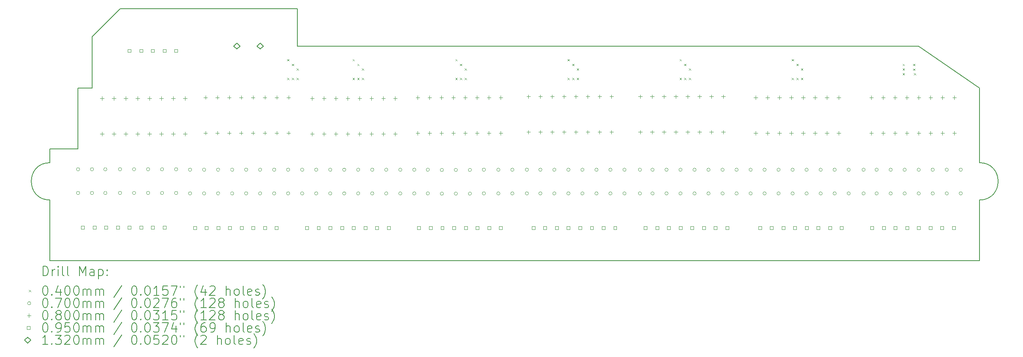
<source format=gbr>
%TF.GenerationSoftware,KiCad,Pcbnew,7.0.9*%
%TF.CreationDate,2023-12-27T00:16:42+05:30*%
%TF.ProjectId,Led_Cube_BaseControlerV2,4c65645f-4375-4626-955f-42617365436f,rev?*%
%TF.SameCoordinates,Original*%
%TF.FileFunction,Drillmap*%
%TF.FilePolarity,Positive*%
%FSLAX45Y45*%
G04 Gerber Fmt 4.5, Leading zero omitted, Abs format (unit mm)*
G04 Created by KiCad (PCBNEW 7.0.9) date 2023-12-27 00:16:42*
%MOMM*%
%LPD*%
G01*
G04 APERTURE LIST*
%ADD10C,0.200000*%
%ADD11C,0.100000*%
%ADD12C,0.132000*%
G04 APERTURE END LIST*
D10*
X3600000Y-7000000D02*
X3600000Y-6700000D01*
X4500000Y-4300000D02*
X4500000Y-5400000D01*
X23500000Y-5400000D02*
X22200000Y-4500000D01*
X3600000Y-7000000D02*
G75*
G03*
X3600000Y-7800000I0J-400000D01*
G01*
X23500000Y-7800000D02*
G75*
G03*
X23500000Y-7000000I0J400000D01*
G01*
X4200000Y-6700000D02*
X3600000Y-6700000D01*
X3600000Y-9100000D02*
X3600000Y-7800000D01*
X8900000Y-3700000D02*
X5100000Y-3700000D01*
X8900000Y-4500000D02*
X8900000Y-3700000D01*
X22200000Y-4500000D02*
X8900000Y-4500000D01*
X23500000Y-9100000D02*
X23500000Y-7800000D01*
X4500000Y-5400000D02*
X4200000Y-5400000D01*
X23500000Y-7000000D02*
X23500000Y-5400000D01*
X3600000Y-9100000D02*
X23500000Y-9100000D01*
X4500000Y-4300000D02*
X5100000Y-3700000D01*
X4200000Y-5400000D02*
X4200000Y-6700000D01*
D11*
X8680000Y-4780000D02*
X8720000Y-4820000D01*
X8720000Y-4780000D02*
X8680000Y-4820000D01*
X8680000Y-5180000D02*
X8720000Y-5220000D01*
X8720000Y-5180000D02*
X8680000Y-5220000D01*
X8780000Y-4880000D02*
X8820000Y-4920000D01*
X8820000Y-4880000D02*
X8780000Y-4920000D01*
X8780000Y-5180000D02*
X8820000Y-5220000D01*
X8820000Y-5180000D02*
X8780000Y-5220000D01*
X8880000Y-4980000D02*
X8920000Y-5020000D01*
X8920000Y-4980000D02*
X8880000Y-5020000D01*
X8880000Y-5180000D02*
X8920000Y-5220000D01*
X8920000Y-5180000D02*
X8880000Y-5220000D01*
X10080000Y-4780000D02*
X10120000Y-4820000D01*
X10120000Y-4780000D02*
X10080000Y-4820000D01*
X10080000Y-5180000D02*
X10120000Y-5220000D01*
X10120000Y-5180000D02*
X10080000Y-5220000D01*
X10180000Y-4880000D02*
X10220000Y-4920000D01*
X10220000Y-4880000D02*
X10180000Y-4920000D01*
X10180000Y-5180000D02*
X10220000Y-5220000D01*
X10220000Y-5180000D02*
X10180000Y-5220000D01*
X10280000Y-4980000D02*
X10320000Y-5020000D01*
X10320000Y-4980000D02*
X10280000Y-5020000D01*
X10280000Y-5180000D02*
X10320000Y-5220000D01*
X10320000Y-5180000D02*
X10280000Y-5220000D01*
X12280000Y-4780000D02*
X12320000Y-4820000D01*
X12320000Y-4780000D02*
X12280000Y-4820000D01*
X12280000Y-5180000D02*
X12320000Y-5220000D01*
X12320000Y-5180000D02*
X12280000Y-5220000D01*
X12380000Y-4880000D02*
X12420000Y-4920000D01*
X12420000Y-4880000D02*
X12380000Y-4920000D01*
X12380000Y-5180000D02*
X12420000Y-5220000D01*
X12420000Y-5180000D02*
X12380000Y-5220000D01*
X12480000Y-4980000D02*
X12520000Y-5020000D01*
X12520000Y-4980000D02*
X12480000Y-5020000D01*
X12480000Y-5180000D02*
X12520000Y-5220000D01*
X12520000Y-5180000D02*
X12480000Y-5220000D01*
X14680000Y-4780000D02*
X14720000Y-4820000D01*
X14720000Y-4780000D02*
X14680000Y-4820000D01*
X14680000Y-5180000D02*
X14720000Y-5220000D01*
X14720000Y-5180000D02*
X14680000Y-5220000D01*
X14780000Y-4880000D02*
X14820000Y-4920000D01*
X14820000Y-4880000D02*
X14780000Y-4920000D01*
X14780000Y-5180000D02*
X14820000Y-5220000D01*
X14820000Y-5180000D02*
X14780000Y-5220000D01*
X14880000Y-4980000D02*
X14920000Y-5020000D01*
X14920000Y-4980000D02*
X14880000Y-5020000D01*
X14880000Y-5180000D02*
X14920000Y-5220000D01*
X14920000Y-5180000D02*
X14880000Y-5220000D01*
X17080000Y-4780000D02*
X17120000Y-4820000D01*
X17120000Y-4780000D02*
X17080000Y-4820000D01*
X17080000Y-5180000D02*
X17120000Y-5220000D01*
X17120000Y-5180000D02*
X17080000Y-5220000D01*
X17180000Y-4880000D02*
X17220000Y-4920000D01*
X17220000Y-4880000D02*
X17180000Y-4920000D01*
X17180000Y-5180000D02*
X17220000Y-5220000D01*
X17220000Y-5180000D02*
X17180000Y-5220000D01*
X17280000Y-4980000D02*
X17320000Y-5020000D01*
X17320000Y-4980000D02*
X17280000Y-5020000D01*
X17280000Y-5180000D02*
X17320000Y-5220000D01*
X17320000Y-5180000D02*
X17280000Y-5220000D01*
X19480000Y-4780000D02*
X19520000Y-4820000D01*
X19520000Y-4780000D02*
X19480000Y-4820000D01*
X19480000Y-5180000D02*
X19520000Y-5220000D01*
X19520000Y-5180000D02*
X19480000Y-5220000D01*
X19580000Y-4880000D02*
X19620000Y-4920000D01*
X19620000Y-4880000D02*
X19580000Y-4920000D01*
X19580000Y-5180000D02*
X19620000Y-5220000D01*
X19620000Y-5180000D02*
X19580000Y-5220000D01*
X19680000Y-4980000D02*
X19720000Y-5020000D01*
X19720000Y-4980000D02*
X19680000Y-5020000D01*
X19680000Y-5180000D02*
X19720000Y-5220000D01*
X19720000Y-5180000D02*
X19680000Y-5220000D01*
X21855550Y-4880000D02*
X21895550Y-4920000D01*
X21895550Y-4880000D02*
X21855550Y-4920000D01*
X21855550Y-4980000D02*
X21895550Y-5020000D01*
X21895550Y-4980000D02*
X21855550Y-5020000D01*
X21855550Y-5080000D02*
X21895550Y-5120000D01*
X21895550Y-5080000D02*
X21855550Y-5120000D01*
X22080000Y-4880000D02*
X22120000Y-4920000D01*
X22120000Y-4880000D02*
X22080000Y-4920000D01*
X22081195Y-4981195D02*
X22121195Y-5021195D01*
X22121195Y-4981195D02*
X22081195Y-5021195D01*
X22097450Y-5080000D02*
X22137450Y-5120000D01*
X22137450Y-5080000D02*
X22097450Y-5120000D01*
X4235000Y-7142000D02*
G75*
G03*
X4235000Y-7142000I-35000J0D01*
G01*
X4235000Y-7650000D02*
G75*
G03*
X4235000Y-7650000I-35000J0D01*
G01*
X4535000Y-7142000D02*
G75*
G03*
X4535000Y-7142000I-35000J0D01*
G01*
X4535000Y-7650000D02*
G75*
G03*
X4535000Y-7650000I-35000J0D01*
G01*
X4820000Y-7142000D02*
G75*
G03*
X4820000Y-7142000I-35000J0D01*
G01*
X4820000Y-7650000D02*
G75*
G03*
X4820000Y-7650000I-35000J0D01*
G01*
X5135000Y-7142000D02*
G75*
G03*
X5135000Y-7142000I-35000J0D01*
G01*
X5135000Y-7650000D02*
G75*
G03*
X5135000Y-7650000I-35000J0D01*
G01*
X5435000Y-7142000D02*
G75*
G03*
X5435000Y-7142000I-35000J0D01*
G01*
X5435000Y-7650000D02*
G75*
G03*
X5435000Y-7650000I-35000J0D01*
G01*
X5735000Y-7142000D02*
G75*
G03*
X5735000Y-7142000I-35000J0D01*
G01*
X5735000Y-7650000D02*
G75*
G03*
X5735000Y-7650000I-35000J0D01*
G01*
X6035000Y-7142000D02*
G75*
G03*
X6035000Y-7142000I-35000J0D01*
G01*
X6035000Y-7650000D02*
G75*
G03*
X6035000Y-7650000I-35000J0D01*
G01*
X6335000Y-7142000D02*
G75*
G03*
X6335000Y-7142000I-35000J0D01*
G01*
X6335000Y-7650000D02*
G75*
G03*
X6335000Y-7650000I-35000J0D01*
G01*
X6635000Y-7151000D02*
G75*
G03*
X6635000Y-7151000I-35000J0D01*
G01*
X6635000Y-7659000D02*
G75*
G03*
X6635000Y-7659000I-35000J0D01*
G01*
X6935000Y-7151000D02*
G75*
G03*
X6935000Y-7151000I-35000J0D01*
G01*
X6935000Y-7659000D02*
G75*
G03*
X6935000Y-7659000I-35000J0D01*
G01*
X7235000Y-7151000D02*
G75*
G03*
X7235000Y-7151000I-35000J0D01*
G01*
X7235000Y-7659000D02*
G75*
G03*
X7235000Y-7659000I-35000J0D01*
G01*
X7535000Y-7151000D02*
G75*
G03*
X7535000Y-7151000I-35000J0D01*
G01*
X7535000Y-7659000D02*
G75*
G03*
X7535000Y-7659000I-35000J0D01*
G01*
X7835000Y-7151000D02*
G75*
G03*
X7835000Y-7151000I-35000J0D01*
G01*
X7835000Y-7659000D02*
G75*
G03*
X7835000Y-7659000I-35000J0D01*
G01*
X8135000Y-7151000D02*
G75*
G03*
X8135000Y-7151000I-35000J0D01*
G01*
X8135000Y-7659000D02*
G75*
G03*
X8135000Y-7659000I-35000J0D01*
G01*
X8435000Y-7151000D02*
G75*
G03*
X8435000Y-7151000I-35000J0D01*
G01*
X8435000Y-7659000D02*
G75*
G03*
X8435000Y-7659000I-35000J0D01*
G01*
X8735000Y-7151000D02*
G75*
G03*
X8735000Y-7151000I-35000J0D01*
G01*
X8735000Y-7659000D02*
G75*
G03*
X8735000Y-7659000I-35000J0D01*
G01*
X9035000Y-7151000D02*
G75*
G03*
X9035000Y-7151000I-35000J0D01*
G01*
X9035000Y-7659000D02*
G75*
G03*
X9035000Y-7659000I-35000J0D01*
G01*
X9335000Y-7151000D02*
G75*
G03*
X9335000Y-7151000I-35000J0D01*
G01*
X9335000Y-7659000D02*
G75*
G03*
X9335000Y-7659000I-35000J0D01*
G01*
X9635000Y-7151000D02*
G75*
G03*
X9635000Y-7151000I-35000J0D01*
G01*
X9635000Y-7659000D02*
G75*
G03*
X9635000Y-7659000I-35000J0D01*
G01*
X9935000Y-7151000D02*
G75*
G03*
X9935000Y-7151000I-35000J0D01*
G01*
X9935000Y-7659000D02*
G75*
G03*
X9935000Y-7659000I-35000J0D01*
G01*
X10235000Y-7151000D02*
G75*
G03*
X10235000Y-7151000I-35000J0D01*
G01*
X10235000Y-7659000D02*
G75*
G03*
X10235000Y-7659000I-35000J0D01*
G01*
X10535000Y-7151000D02*
G75*
G03*
X10535000Y-7151000I-35000J0D01*
G01*
X10535000Y-7659000D02*
G75*
G03*
X10535000Y-7659000I-35000J0D01*
G01*
X10835000Y-7151000D02*
G75*
G03*
X10835000Y-7151000I-35000J0D01*
G01*
X10835000Y-7659000D02*
G75*
G03*
X10835000Y-7659000I-35000J0D01*
G01*
X11135000Y-7151000D02*
G75*
G03*
X11135000Y-7151000I-35000J0D01*
G01*
X11135000Y-7659000D02*
G75*
G03*
X11135000Y-7659000I-35000J0D01*
G01*
X11435000Y-7151000D02*
G75*
G03*
X11435000Y-7151000I-35000J0D01*
G01*
X11435000Y-7659000D02*
G75*
G03*
X11435000Y-7659000I-35000J0D01*
G01*
X11725000Y-7151000D02*
G75*
G03*
X11725000Y-7151000I-35000J0D01*
G01*
X11725000Y-7659000D02*
G75*
G03*
X11725000Y-7659000I-35000J0D01*
G01*
X12025000Y-7155000D02*
G75*
G03*
X12025000Y-7155000I-35000J0D01*
G01*
X12025000Y-7663000D02*
G75*
G03*
X12025000Y-7663000I-35000J0D01*
G01*
X12325000Y-7155000D02*
G75*
G03*
X12325000Y-7155000I-35000J0D01*
G01*
X12325000Y-7663000D02*
G75*
G03*
X12325000Y-7663000I-35000J0D01*
G01*
X12625000Y-7155000D02*
G75*
G03*
X12625000Y-7155000I-35000J0D01*
G01*
X12625000Y-7663000D02*
G75*
G03*
X12625000Y-7663000I-35000J0D01*
G01*
X12925000Y-7151000D02*
G75*
G03*
X12925000Y-7151000I-35000J0D01*
G01*
X12925000Y-7659000D02*
G75*
G03*
X12925000Y-7659000I-35000J0D01*
G01*
X13235000Y-7151000D02*
G75*
G03*
X13235000Y-7151000I-35000J0D01*
G01*
X13235000Y-7659000D02*
G75*
G03*
X13235000Y-7659000I-35000J0D01*
G01*
X13535000Y-7151000D02*
G75*
G03*
X13535000Y-7151000I-35000J0D01*
G01*
X13535000Y-7659000D02*
G75*
G03*
X13535000Y-7659000I-35000J0D01*
G01*
X13845000Y-7151000D02*
G75*
G03*
X13845000Y-7151000I-35000J0D01*
G01*
X13845000Y-7659000D02*
G75*
G03*
X13845000Y-7659000I-35000J0D01*
G01*
X14135000Y-7151000D02*
G75*
G03*
X14135000Y-7151000I-35000J0D01*
G01*
X14135000Y-7659000D02*
G75*
G03*
X14135000Y-7659000I-35000J0D01*
G01*
X14435000Y-7151000D02*
G75*
G03*
X14435000Y-7151000I-35000J0D01*
G01*
X14435000Y-7659000D02*
G75*
G03*
X14435000Y-7659000I-35000J0D01*
G01*
X14735000Y-7151000D02*
G75*
G03*
X14735000Y-7151000I-35000J0D01*
G01*
X14735000Y-7659000D02*
G75*
G03*
X14735000Y-7659000I-35000J0D01*
G01*
X15035000Y-7151000D02*
G75*
G03*
X15035000Y-7151000I-35000J0D01*
G01*
X15035000Y-7659000D02*
G75*
G03*
X15035000Y-7659000I-35000J0D01*
G01*
X15335000Y-7151000D02*
G75*
G03*
X15335000Y-7151000I-35000J0D01*
G01*
X15335000Y-7659000D02*
G75*
G03*
X15335000Y-7659000I-35000J0D01*
G01*
X15635000Y-7151000D02*
G75*
G03*
X15635000Y-7151000I-35000J0D01*
G01*
X15635000Y-7659000D02*
G75*
G03*
X15635000Y-7659000I-35000J0D01*
G01*
X15935000Y-7151000D02*
G75*
G03*
X15935000Y-7151000I-35000J0D01*
G01*
X15935000Y-7659000D02*
G75*
G03*
X15935000Y-7659000I-35000J0D01*
G01*
X16265000Y-7151000D02*
G75*
G03*
X16265000Y-7151000I-35000J0D01*
G01*
X16265000Y-7659000D02*
G75*
G03*
X16265000Y-7659000I-35000J0D01*
G01*
X16535000Y-7151000D02*
G75*
G03*
X16535000Y-7151000I-35000J0D01*
G01*
X16535000Y-7659000D02*
G75*
G03*
X16535000Y-7659000I-35000J0D01*
G01*
X16835000Y-7151000D02*
G75*
G03*
X16835000Y-7151000I-35000J0D01*
G01*
X16835000Y-7659000D02*
G75*
G03*
X16835000Y-7659000I-35000J0D01*
G01*
X17135000Y-7151000D02*
G75*
G03*
X17135000Y-7151000I-35000J0D01*
G01*
X17135000Y-7659000D02*
G75*
G03*
X17135000Y-7659000I-35000J0D01*
G01*
X17435000Y-7151000D02*
G75*
G03*
X17435000Y-7151000I-35000J0D01*
G01*
X17435000Y-7659000D02*
G75*
G03*
X17435000Y-7659000I-35000J0D01*
G01*
X17735000Y-7151000D02*
G75*
G03*
X17735000Y-7151000I-35000J0D01*
G01*
X17735000Y-7659000D02*
G75*
G03*
X17735000Y-7659000I-35000J0D01*
G01*
X18035000Y-7151000D02*
G75*
G03*
X18035000Y-7151000I-35000J0D01*
G01*
X18035000Y-7659000D02*
G75*
G03*
X18035000Y-7659000I-35000J0D01*
G01*
X18335000Y-7151000D02*
G75*
G03*
X18335000Y-7151000I-35000J0D01*
G01*
X18335000Y-7659000D02*
G75*
G03*
X18335000Y-7659000I-35000J0D01*
G01*
X18635000Y-7151000D02*
G75*
G03*
X18635000Y-7151000I-35000J0D01*
G01*
X18635000Y-7659000D02*
G75*
G03*
X18635000Y-7659000I-35000J0D01*
G01*
X18935000Y-7151000D02*
G75*
G03*
X18935000Y-7151000I-35000J0D01*
G01*
X18935000Y-7659000D02*
G75*
G03*
X18935000Y-7659000I-35000J0D01*
G01*
X19235000Y-7151000D02*
G75*
G03*
X19235000Y-7151000I-35000J0D01*
G01*
X19235000Y-7659000D02*
G75*
G03*
X19235000Y-7659000I-35000J0D01*
G01*
X19535000Y-7151000D02*
G75*
G03*
X19535000Y-7151000I-35000J0D01*
G01*
X19535000Y-7659000D02*
G75*
G03*
X19535000Y-7659000I-35000J0D01*
G01*
X19835000Y-7151000D02*
G75*
G03*
X19835000Y-7151000I-35000J0D01*
G01*
X19835000Y-7659000D02*
G75*
G03*
X19835000Y-7659000I-35000J0D01*
G01*
X20135000Y-7151000D02*
G75*
G03*
X20135000Y-7151000I-35000J0D01*
G01*
X20135000Y-7659000D02*
G75*
G03*
X20135000Y-7659000I-35000J0D01*
G01*
X20435000Y-7151000D02*
G75*
G03*
X20435000Y-7151000I-35000J0D01*
G01*
X20435000Y-7659000D02*
G75*
G03*
X20435000Y-7659000I-35000J0D01*
G01*
X20735000Y-7151000D02*
G75*
G03*
X20735000Y-7151000I-35000J0D01*
G01*
X20735000Y-7659000D02*
G75*
G03*
X20735000Y-7659000I-35000J0D01*
G01*
X21055000Y-7151000D02*
G75*
G03*
X21055000Y-7151000I-35000J0D01*
G01*
X21055000Y-7659000D02*
G75*
G03*
X21055000Y-7659000I-35000J0D01*
G01*
X21335000Y-7151000D02*
G75*
G03*
X21335000Y-7151000I-35000J0D01*
G01*
X21335000Y-7659000D02*
G75*
G03*
X21335000Y-7659000I-35000J0D01*
G01*
X21635000Y-7151000D02*
G75*
G03*
X21635000Y-7151000I-35000J0D01*
G01*
X21635000Y-7659000D02*
G75*
G03*
X21635000Y-7659000I-35000J0D01*
G01*
X21935000Y-7151000D02*
G75*
G03*
X21935000Y-7151000I-35000J0D01*
G01*
X21935000Y-7659000D02*
G75*
G03*
X21935000Y-7659000I-35000J0D01*
G01*
X22235000Y-7151000D02*
G75*
G03*
X22235000Y-7151000I-35000J0D01*
G01*
X22235000Y-7659000D02*
G75*
G03*
X22235000Y-7659000I-35000J0D01*
G01*
X22535000Y-7151000D02*
G75*
G03*
X22535000Y-7151000I-35000J0D01*
G01*
X22535000Y-7659000D02*
G75*
G03*
X22535000Y-7659000I-35000J0D01*
G01*
X22835000Y-7151000D02*
G75*
G03*
X22835000Y-7151000I-35000J0D01*
G01*
X22835000Y-7659000D02*
G75*
G03*
X22835000Y-7659000I-35000J0D01*
G01*
X23135000Y-7151000D02*
G75*
G03*
X23135000Y-7151000I-35000J0D01*
G01*
X23135000Y-7659000D02*
G75*
G03*
X23135000Y-7659000I-35000J0D01*
G01*
X4712500Y-5580500D02*
X4712500Y-5660500D01*
X4672500Y-5620500D02*
X4752500Y-5620500D01*
X4712500Y-6342500D02*
X4712500Y-6422500D01*
X4672500Y-6382500D02*
X4752500Y-6382500D01*
X4966500Y-5580500D02*
X4966500Y-5660500D01*
X4926500Y-5620500D02*
X5006500Y-5620500D01*
X4966500Y-6342500D02*
X4966500Y-6422500D01*
X4926500Y-6382500D02*
X5006500Y-6382500D01*
X5220500Y-5580500D02*
X5220500Y-5660500D01*
X5180500Y-5620500D02*
X5260500Y-5620500D01*
X5220500Y-6342500D02*
X5220500Y-6422500D01*
X5180500Y-6382500D02*
X5260500Y-6382500D01*
X5474500Y-5580500D02*
X5474500Y-5660500D01*
X5434500Y-5620500D02*
X5514500Y-5620500D01*
X5474500Y-6342500D02*
X5474500Y-6422500D01*
X5434500Y-6382500D02*
X5514500Y-6382500D01*
X5728500Y-5580500D02*
X5728500Y-5660500D01*
X5688500Y-5620500D02*
X5768500Y-5620500D01*
X5728500Y-6342500D02*
X5728500Y-6422500D01*
X5688500Y-6382500D02*
X5768500Y-6382500D01*
X5982500Y-5580500D02*
X5982500Y-5660500D01*
X5942500Y-5620500D02*
X6022500Y-5620500D01*
X5982500Y-6342500D02*
X5982500Y-6422500D01*
X5942500Y-6382500D02*
X6022500Y-6382500D01*
X6236500Y-5580500D02*
X6236500Y-5660500D01*
X6196500Y-5620500D02*
X6276500Y-5620500D01*
X6236500Y-6342500D02*
X6236500Y-6422500D01*
X6196500Y-6382500D02*
X6276500Y-6382500D01*
X6490500Y-5580500D02*
X6490500Y-5660500D01*
X6450500Y-5620500D02*
X6530500Y-5620500D01*
X6490500Y-6342500D02*
X6490500Y-6422500D01*
X6450500Y-6382500D02*
X6530500Y-6382500D01*
X6930000Y-5560000D02*
X6930000Y-5640000D01*
X6890000Y-5600000D02*
X6970000Y-5600000D01*
X6930000Y-6322000D02*
X6930000Y-6402000D01*
X6890000Y-6362000D02*
X6970000Y-6362000D01*
X7184000Y-5560000D02*
X7184000Y-5640000D01*
X7144000Y-5600000D02*
X7224000Y-5600000D01*
X7184000Y-6322000D02*
X7184000Y-6402000D01*
X7144000Y-6362000D02*
X7224000Y-6362000D01*
X7438000Y-5560000D02*
X7438000Y-5640000D01*
X7398000Y-5600000D02*
X7478000Y-5600000D01*
X7438000Y-6322000D02*
X7438000Y-6402000D01*
X7398000Y-6362000D02*
X7478000Y-6362000D01*
X7692000Y-5560000D02*
X7692000Y-5640000D01*
X7652000Y-5600000D02*
X7732000Y-5600000D01*
X7692000Y-6322000D02*
X7692000Y-6402000D01*
X7652000Y-6362000D02*
X7732000Y-6362000D01*
X7946000Y-5560000D02*
X7946000Y-5640000D01*
X7906000Y-5600000D02*
X7986000Y-5600000D01*
X7946000Y-6322000D02*
X7946000Y-6402000D01*
X7906000Y-6362000D02*
X7986000Y-6362000D01*
X8200000Y-5560000D02*
X8200000Y-5640000D01*
X8160000Y-5600000D02*
X8240000Y-5600000D01*
X8200000Y-6322000D02*
X8200000Y-6402000D01*
X8160000Y-6362000D02*
X8240000Y-6362000D01*
X8454000Y-5560000D02*
X8454000Y-5640000D01*
X8414000Y-5600000D02*
X8494000Y-5600000D01*
X8454000Y-6322000D02*
X8454000Y-6402000D01*
X8414000Y-6362000D02*
X8494000Y-6362000D01*
X8708000Y-5560000D02*
X8708000Y-5640000D01*
X8668000Y-5600000D02*
X8748000Y-5600000D01*
X8708000Y-6322000D02*
X8708000Y-6402000D01*
X8668000Y-6362000D02*
X8748000Y-6362000D01*
X9212500Y-5580500D02*
X9212500Y-5660500D01*
X9172500Y-5620500D02*
X9252500Y-5620500D01*
X9212500Y-6342500D02*
X9212500Y-6422500D01*
X9172500Y-6382500D02*
X9252500Y-6382500D01*
X9466500Y-5580500D02*
X9466500Y-5660500D01*
X9426500Y-5620500D02*
X9506500Y-5620500D01*
X9466500Y-6342500D02*
X9466500Y-6422500D01*
X9426500Y-6382500D02*
X9506500Y-6382500D01*
X9720500Y-5580500D02*
X9720500Y-5660500D01*
X9680500Y-5620500D02*
X9760500Y-5620500D01*
X9720500Y-6342500D02*
X9720500Y-6422500D01*
X9680500Y-6382500D02*
X9760500Y-6382500D01*
X9974500Y-5580500D02*
X9974500Y-5660500D01*
X9934500Y-5620500D02*
X10014500Y-5620500D01*
X9974500Y-6342500D02*
X9974500Y-6422500D01*
X9934500Y-6382500D02*
X10014500Y-6382500D01*
X10228500Y-5580500D02*
X10228500Y-5660500D01*
X10188500Y-5620500D02*
X10268500Y-5620500D01*
X10228500Y-6342500D02*
X10228500Y-6422500D01*
X10188500Y-6382500D02*
X10268500Y-6382500D01*
X10482500Y-5580500D02*
X10482500Y-5660500D01*
X10442500Y-5620500D02*
X10522500Y-5620500D01*
X10482500Y-6342500D02*
X10482500Y-6422500D01*
X10442500Y-6382500D02*
X10522500Y-6382500D01*
X10736500Y-5580500D02*
X10736500Y-5660500D01*
X10696500Y-5620500D02*
X10776500Y-5620500D01*
X10736500Y-6342500D02*
X10736500Y-6422500D01*
X10696500Y-6382500D02*
X10776500Y-6382500D01*
X10990500Y-5580500D02*
X10990500Y-5660500D01*
X10950500Y-5620500D02*
X11030500Y-5620500D01*
X10990500Y-6342500D02*
X10990500Y-6422500D01*
X10950500Y-6382500D02*
X11030500Y-6382500D01*
X11473000Y-5565000D02*
X11473000Y-5645000D01*
X11433000Y-5605000D02*
X11513000Y-5605000D01*
X11473000Y-6327000D02*
X11473000Y-6407000D01*
X11433000Y-6367000D02*
X11513000Y-6367000D01*
X11727000Y-5565000D02*
X11727000Y-5645000D01*
X11687000Y-5605000D02*
X11767000Y-5605000D01*
X11727000Y-6327000D02*
X11727000Y-6407000D01*
X11687000Y-6367000D02*
X11767000Y-6367000D01*
X11981000Y-5565000D02*
X11981000Y-5645000D01*
X11941000Y-5605000D02*
X12021000Y-5605000D01*
X11981000Y-6327000D02*
X11981000Y-6407000D01*
X11941000Y-6367000D02*
X12021000Y-6367000D01*
X12235000Y-5565000D02*
X12235000Y-5645000D01*
X12195000Y-5605000D02*
X12275000Y-5605000D01*
X12235000Y-6327000D02*
X12235000Y-6407000D01*
X12195000Y-6367000D02*
X12275000Y-6367000D01*
X12489000Y-5565000D02*
X12489000Y-5645000D01*
X12449000Y-5605000D02*
X12529000Y-5605000D01*
X12489000Y-6327000D02*
X12489000Y-6407000D01*
X12449000Y-6367000D02*
X12529000Y-6367000D01*
X12743000Y-5565000D02*
X12743000Y-5645000D01*
X12703000Y-5605000D02*
X12783000Y-5605000D01*
X12743000Y-6327000D02*
X12743000Y-6407000D01*
X12703000Y-6367000D02*
X12783000Y-6367000D01*
X12997000Y-5565000D02*
X12997000Y-5645000D01*
X12957000Y-5605000D02*
X13037000Y-5605000D01*
X12997000Y-6327000D02*
X12997000Y-6407000D01*
X12957000Y-6367000D02*
X13037000Y-6367000D01*
X13251000Y-5565000D02*
X13251000Y-5645000D01*
X13211000Y-5605000D02*
X13291000Y-5605000D01*
X13251000Y-6327000D02*
X13251000Y-6407000D01*
X13211000Y-6367000D02*
X13291000Y-6367000D01*
X13845000Y-5540000D02*
X13845000Y-5620000D01*
X13805000Y-5580000D02*
X13885000Y-5580000D01*
X13845000Y-6302000D02*
X13845000Y-6382000D01*
X13805000Y-6342000D02*
X13885000Y-6342000D01*
X14099000Y-5540000D02*
X14099000Y-5620000D01*
X14059000Y-5580000D02*
X14139000Y-5580000D01*
X14099000Y-6302000D02*
X14099000Y-6382000D01*
X14059000Y-6342000D02*
X14139000Y-6342000D01*
X14353000Y-5540000D02*
X14353000Y-5620000D01*
X14313000Y-5580000D02*
X14393000Y-5580000D01*
X14353000Y-6302000D02*
X14353000Y-6382000D01*
X14313000Y-6342000D02*
X14393000Y-6342000D01*
X14607000Y-5540000D02*
X14607000Y-5620000D01*
X14567000Y-5580000D02*
X14647000Y-5580000D01*
X14607000Y-6302000D02*
X14607000Y-6382000D01*
X14567000Y-6342000D02*
X14647000Y-6342000D01*
X14861000Y-5540000D02*
X14861000Y-5620000D01*
X14821000Y-5580000D02*
X14901000Y-5580000D01*
X14861000Y-6302000D02*
X14861000Y-6382000D01*
X14821000Y-6342000D02*
X14901000Y-6342000D01*
X15115000Y-5540000D02*
X15115000Y-5620000D01*
X15075000Y-5580000D02*
X15155000Y-5580000D01*
X15115000Y-6302000D02*
X15115000Y-6382000D01*
X15075000Y-6342000D02*
X15155000Y-6342000D01*
X15369000Y-5540000D02*
X15369000Y-5620000D01*
X15329000Y-5580000D02*
X15409000Y-5580000D01*
X15369000Y-6302000D02*
X15369000Y-6382000D01*
X15329000Y-6342000D02*
X15409000Y-6342000D01*
X15623000Y-5540000D02*
X15623000Y-5620000D01*
X15583000Y-5580000D02*
X15663000Y-5580000D01*
X15623000Y-6302000D02*
X15623000Y-6382000D01*
X15583000Y-6342000D02*
X15663000Y-6342000D01*
X16236000Y-5540000D02*
X16236000Y-5620000D01*
X16196000Y-5580000D02*
X16276000Y-5580000D01*
X16236000Y-6302000D02*
X16236000Y-6382000D01*
X16196000Y-6342000D02*
X16276000Y-6342000D01*
X16490000Y-5540000D02*
X16490000Y-5620000D01*
X16450000Y-5580000D02*
X16530000Y-5580000D01*
X16490000Y-6302000D02*
X16490000Y-6382000D01*
X16450000Y-6342000D02*
X16530000Y-6342000D01*
X16744000Y-5540000D02*
X16744000Y-5620000D01*
X16704000Y-5580000D02*
X16784000Y-5580000D01*
X16744000Y-6302000D02*
X16744000Y-6382000D01*
X16704000Y-6342000D02*
X16784000Y-6342000D01*
X16998000Y-5540000D02*
X16998000Y-5620000D01*
X16958000Y-5580000D02*
X17038000Y-5580000D01*
X16998000Y-6302000D02*
X16998000Y-6382000D01*
X16958000Y-6342000D02*
X17038000Y-6342000D01*
X17252000Y-5540000D02*
X17252000Y-5620000D01*
X17212000Y-5580000D02*
X17292000Y-5580000D01*
X17252000Y-6302000D02*
X17252000Y-6382000D01*
X17212000Y-6342000D02*
X17292000Y-6342000D01*
X17506000Y-5540000D02*
X17506000Y-5620000D01*
X17466000Y-5580000D02*
X17546000Y-5580000D01*
X17506000Y-6302000D02*
X17506000Y-6382000D01*
X17466000Y-6342000D02*
X17546000Y-6342000D01*
X17760000Y-5540000D02*
X17760000Y-5620000D01*
X17720000Y-5580000D02*
X17800000Y-5580000D01*
X17760000Y-6302000D02*
X17760000Y-6382000D01*
X17720000Y-6342000D02*
X17800000Y-6342000D01*
X18014000Y-5540000D02*
X18014000Y-5620000D01*
X17974000Y-5580000D02*
X18054000Y-5580000D01*
X18014000Y-6302000D02*
X18014000Y-6382000D01*
X17974000Y-6342000D02*
X18054000Y-6342000D01*
X18710000Y-5565000D02*
X18710000Y-5645000D01*
X18670000Y-5605000D02*
X18750000Y-5605000D01*
X18710000Y-6327000D02*
X18710000Y-6407000D01*
X18670000Y-6367000D02*
X18750000Y-6367000D01*
X18964000Y-5565000D02*
X18964000Y-5645000D01*
X18924000Y-5605000D02*
X19004000Y-5605000D01*
X18964000Y-6327000D02*
X18964000Y-6407000D01*
X18924000Y-6367000D02*
X19004000Y-6367000D01*
X19218000Y-5565000D02*
X19218000Y-5645000D01*
X19178000Y-5605000D02*
X19258000Y-5605000D01*
X19218000Y-6327000D02*
X19218000Y-6407000D01*
X19178000Y-6367000D02*
X19258000Y-6367000D01*
X19472000Y-5565000D02*
X19472000Y-5645000D01*
X19432000Y-5605000D02*
X19512000Y-5605000D01*
X19472000Y-6327000D02*
X19472000Y-6407000D01*
X19432000Y-6367000D02*
X19512000Y-6367000D01*
X19726000Y-5565000D02*
X19726000Y-5645000D01*
X19686000Y-5605000D02*
X19766000Y-5605000D01*
X19726000Y-6327000D02*
X19726000Y-6407000D01*
X19686000Y-6367000D02*
X19766000Y-6367000D01*
X19980000Y-5565000D02*
X19980000Y-5645000D01*
X19940000Y-5605000D02*
X20020000Y-5605000D01*
X19980000Y-6327000D02*
X19980000Y-6407000D01*
X19940000Y-6367000D02*
X20020000Y-6367000D01*
X20234000Y-5565000D02*
X20234000Y-5645000D01*
X20194000Y-5605000D02*
X20274000Y-5605000D01*
X20234000Y-6327000D02*
X20234000Y-6407000D01*
X20194000Y-6367000D02*
X20274000Y-6367000D01*
X20488000Y-5565000D02*
X20488000Y-5645000D01*
X20448000Y-5605000D02*
X20528000Y-5605000D01*
X20488000Y-6327000D02*
X20488000Y-6407000D01*
X20448000Y-6367000D02*
X20528000Y-6367000D01*
X21186000Y-5565000D02*
X21186000Y-5645000D01*
X21146000Y-5605000D02*
X21226000Y-5605000D01*
X21186000Y-6327000D02*
X21186000Y-6407000D01*
X21146000Y-6367000D02*
X21226000Y-6367000D01*
X21440000Y-5565000D02*
X21440000Y-5645000D01*
X21400000Y-5605000D02*
X21480000Y-5605000D01*
X21440000Y-6327000D02*
X21440000Y-6407000D01*
X21400000Y-6367000D02*
X21480000Y-6367000D01*
X21694000Y-5565000D02*
X21694000Y-5645000D01*
X21654000Y-5605000D02*
X21734000Y-5605000D01*
X21694000Y-6327000D02*
X21694000Y-6407000D01*
X21654000Y-6367000D02*
X21734000Y-6367000D01*
X21948000Y-5565000D02*
X21948000Y-5645000D01*
X21908000Y-5605000D02*
X21988000Y-5605000D01*
X21948000Y-6327000D02*
X21948000Y-6407000D01*
X21908000Y-6367000D02*
X21988000Y-6367000D01*
X22202000Y-5565000D02*
X22202000Y-5645000D01*
X22162000Y-5605000D02*
X22242000Y-5605000D01*
X22202000Y-6327000D02*
X22202000Y-6407000D01*
X22162000Y-6367000D02*
X22242000Y-6367000D01*
X22456000Y-5565000D02*
X22456000Y-5645000D01*
X22416000Y-5605000D02*
X22496000Y-5605000D01*
X22456000Y-6327000D02*
X22456000Y-6407000D01*
X22416000Y-6367000D02*
X22496000Y-6367000D01*
X22710000Y-5565000D02*
X22710000Y-5645000D01*
X22670000Y-5605000D02*
X22750000Y-5605000D01*
X22710000Y-6327000D02*
X22710000Y-6407000D01*
X22670000Y-6367000D02*
X22750000Y-6367000D01*
X22964000Y-5565000D02*
X22964000Y-5645000D01*
X22924000Y-5605000D02*
X23004000Y-5605000D01*
X22964000Y-6327000D02*
X22964000Y-6407000D01*
X22924000Y-6367000D02*
X23004000Y-6367000D01*
X4333588Y-8424588D02*
X4333588Y-8357412D01*
X4266412Y-8357412D01*
X4266412Y-8424588D01*
X4333588Y-8424588D01*
X4583588Y-8424588D02*
X4583588Y-8357412D01*
X4516412Y-8357412D01*
X4516412Y-8424588D01*
X4583588Y-8424588D01*
X4833588Y-8424588D02*
X4833588Y-8357412D01*
X4766412Y-8357412D01*
X4766412Y-8424588D01*
X4833588Y-8424588D01*
X5083588Y-8424588D02*
X5083588Y-8357412D01*
X5016412Y-8357412D01*
X5016412Y-8424588D01*
X5083588Y-8424588D01*
X5333588Y-4633588D02*
X5333588Y-4566412D01*
X5266412Y-4566412D01*
X5266412Y-4633588D01*
X5333588Y-4633588D01*
X5333588Y-8424588D02*
X5333588Y-8357412D01*
X5266412Y-8357412D01*
X5266412Y-8424588D01*
X5333588Y-8424588D01*
X5583588Y-4633588D02*
X5583588Y-4566412D01*
X5516412Y-4566412D01*
X5516412Y-4633588D01*
X5583588Y-4633588D01*
X5583588Y-8424588D02*
X5583588Y-8357412D01*
X5516412Y-8357412D01*
X5516412Y-8424588D01*
X5583588Y-8424588D01*
X5833588Y-4633588D02*
X5833588Y-4566412D01*
X5766412Y-4566412D01*
X5766412Y-4633588D01*
X5833588Y-4633588D01*
X5833588Y-8424588D02*
X5833588Y-8357412D01*
X5766412Y-8357412D01*
X5766412Y-8424588D01*
X5833588Y-8424588D01*
X6083588Y-4633588D02*
X6083588Y-4566412D01*
X6016412Y-4566412D01*
X6016412Y-4633588D01*
X6083588Y-4633588D01*
X6083588Y-8424588D02*
X6083588Y-8357412D01*
X6016412Y-8357412D01*
X6016412Y-8424588D01*
X6083588Y-8424588D01*
X6333588Y-4633588D02*
X6333588Y-4566412D01*
X6266412Y-4566412D01*
X6266412Y-4633588D01*
X6333588Y-4633588D01*
X6733588Y-8433588D02*
X6733588Y-8366412D01*
X6666412Y-8366412D01*
X6666412Y-8433588D01*
X6733588Y-8433588D01*
X6983588Y-8433588D02*
X6983588Y-8366412D01*
X6916412Y-8366412D01*
X6916412Y-8433588D01*
X6983588Y-8433588D01*
X7233588Y-8433588D02*
X7233588Y-8366412D01*
X7166412Y-8366412D01*
X7166412Y-8433588D01*
X7233588Y-8433588D01*
X7483588Y-8433588D02*
X7483588Y-8366412D01*
X7416412Y-8366412D01*
X7416412Y-8433588D01*
X7483588Y-8433588D01*
X7733588Y-8433588D02*
X7733588Y-8366412D01*
X7666412Y-8366412D01*
X7666412Y-8433588D01*
X7733588Y-8433588D01*
X7983588Y-8433588D02*
X7983588Y-8366412D01*
X7916412Y-8366412D01*
X7916412Y-8433588D01*
X7983588Y-8433588D01*
X8233588Y-8433588D02*
X8233588Y-8366412D01*
X8166412Y-8366412D01*
X8166412Y-8433588D01*
X8233588Y-8433588D01*
X8483588Y-8433588D02*
X8483588Y-8366412D01*
X8416412Y-8366412D01*
X8416412Y-8433588D01*
X8483588Y-8433588D01*
X9133588Y-8433588D02*
X9133588Y-8366412D01*
X9066412Y-8366412D01*
X9066412Y-8433588D01*
X9133588Y-8433588D01*
X9383588Y-8433588D02*
X9383588Y-8366412D01*
X9316412Y-8366412D01*
X9316412Y-8433588D01*
X9383588Y-8433588D01*
X9633588Y-8433588D02*
X9633588Y-8366412D01*
X9566412Y-8366412D01*
X9566412Y-8433588D01*
X9633588Y-8433588D01*
X9883588Y-8433588D02*
X9883588Y-8366412D01*
X9816412Y-8366412D01*
X9816412Y-8433588D01*
X9883588Y-8433588D01*
X10133588Y-8433588D02*
X10133588Y-8366412D01*
X10066412Y-8366412D01*
X10066412Y-8433588D01*
X10133588Y-8433588D01*
X10383588Y-8433588D02*
X10383588Y-8366412D01*
X10316412Y-8366412D01*
X10316412Y-8433588D01*
X10383588Y-8433588D01*
X10633588Y-8433588D02*
X10633588Y-8366412D01*
X10566412Y-8366412D01*
X10566412Y-8433588D01*
X10633588Y-8433588D01*
X10883588Y-8433588D02*
X10883588Y-8366412D01*
X10816412Y-8366412D01*
X10816412Y-8433588D01*
X10883588Y-8433588D01*
X11533588Y-8433588D02*
X11533588Y-8366412D01*
X11466412Y-8366412D01*
X11466412Y-8433588D01*
X11533588Y-8433588D01*
X11783588Y-8433588D02*
X11783588Y-8366412D01*
X11716412Y-8366412D01*
X11716412Y-8433588D01*
X11783588Y-8433588D01*
X12033588Y-8433588D02*
X12033588Y-8366412D01*
X11966412Y-8366412D01*
X11966412Y-8433588D01*
X12033588Y-8433588D01*
X12283588Y-8433588D02*
X12283588Y-8366412D01*
X12216412Y-8366412D01*
X12216412Y-8433588D01*
X12283588Y-8433588D01*
X12533588Y-8433588D02*
X12533588Y-8366412D01*
X12466412Y-8366412D01*
X12466412Y-8433588D01*
X12533588Y-8433588D01*
X12783588Y-8433588D02*
X12783588Y-8366412D01*
X12716412Y-8366412D01*
X12716412Y-8433588D01*
X12783588Y-8433588D01*
X13033588Y-8433588D02*
X13033588Y-8366412D01*
X12966412Y-8366412D01*
X12966412Y-8433588D01*
X13033588Y-8433588D01*
X13283588Y-8433588D02*
X13283588Y-8366412D01*
X13216412Y-8366412D01*
X13216412Y-8433588D01*
X13283588Y-8433588D01*
X13983588Y-8433588D02*
X13983588Y-8366412D01*
X13916412Y-8366412D01*
X13916412Y-8433588D01*
X13983588Y-8433588D01*
X14233588Y-8433588D02*
X14233588Y-8366412D01*
X14166412Y-8366412D01*
X14166412Y-8433588D01*
X14233588Y-8433588D01*
X14483588Y-8433588D02*
X14483588Y-8366412D01*
X14416412Y-8366412D01*
X14416412Y-8433588D01*
X14483588Y-8433588D01*
X14733588Y-8433588D02*
X14733588Y-8366412D01*
X14666412Y-8366412D01*
X14666412Y-8433588D01*
X14733588Y-8433588D01*
X14983588Y-8433588D02*
X14983588Y-8366412D01*
X14916412Y-8366412D01*
X14916412Y-8433588D01*
X14983588Y-8433588D01*
X15233588Y-8433588D02*
X15233588Y-8366412D01*
X15166412Y-8366412D01*
X15166412Y-8433588D01*
X15233588Y-8433588D01*
X15483588Y-8433588D02*
X15483588Y-8366412D01*
X15416412Y-8366412D01*
X15416412Y-8433588D01*
X15483588Y-8433588D01*
X15733588Y-8433588D02*
X15733588Y-8366412D01*
X15666412Y-8366412D01*
X15666412Y-8433588D01*
X15733588Y-8433588D01*
X16383588Y-8433588D02*
X16383588Y-8366412D01*
X16316412Y-8366412D01*
X16316412Y-8433588D01*
X16383588Y-8433588D01*
X16633588Y-8433588D02*
X16633588Y-8366412D01*
X16566412Y-8366412D01*
X16566412Y-8433588D01*
X16633588Y-8433588D01*
X16883588Y-8433588D02*
X16883588Y-8366412D01*
X16816412Y-8366412D01*
X16816412Y-8433588D01*
X16883588Y-8433588D01*
X17133588Y-8433588D02*
X17133588Y-8366412D01*
X17066412Y-8366412D01*
X17066412Y-8433588D01*
X17133588Y-8433588D01*
X17383588Y-8433588D02*
X17383588Y-8366412D01*
X17316412Y-8366412D01*
X17316412Y-8433588D01*
X17383588Y-8433588D01*
X17633588Y-8433588D02*
X17633588Y-8366412D01*
X17566412Y-8366412D01*
X17566412Y-8433588D01*
X17633588Y-8433588D01*
X17883588Y-8433588D02*
X17883588Y-8366412D01*
X17816412Y-8366412D01*
X17816412Y-8433588D01*
X17883588Y-8433588D01*
X18133588Y-8433588D02*
X18133588Y-8366412D01*
X18066412Y-8366412D01*
X18066412Y-8433588D01*
X18133588Y-8433588D01*
X18833588Y-8433588D02*
X18833588Y-8366412D01*
X18766412Y-8366412D01*
X18766412Y-8433588D01*
X18833588Y-8433588D01*
X19083588Y-8433588D02*
X19083588Y-8366412D01*
X19016412Y-8366412D01*
X19016412Y-8433588D01*
X19083588Y-8433588D01*
X19333588Y-8433588D02*
X19333588Y-8366412D01*
X19266412Y-8366412D01*
X19266412Y-8433588D01*
X19333588Y-8433588D01*
X19583588Y-8433588D02*
X19583588Y-8366412D01*
X19516412Y-8366412D01*
X19516412Y-8433588D01*
X19583588Y-8433588D01*
X19833588Y-8433588D02*
X19833588Y-8366412D01*
X19766412Y-8366412D01*
X19766412Y-8433588D01*
X19833588Y-8433588D01*
X20083588Y-8433588D02*
X20083588Y-8366412D01*
X20016412Y-8366412D01*
X20016412Y-8433588D01*
X20083588Y-8433588D01*
X20333588Y-8433588D02*
X20333588Y-8366412D01*
X20266412Y-8366412D01*
X20266412Y-8433588D01*
X20333588Y-8433588D01*
X20583588Y-8433588D02*
X20583588Y-8366412D01*
X20516412Y-8366412D01*
X20516412Y-8433588D01*
X20583588Y-8433588D01*
X21233588Y-8433588D02*
X21233588Y-8366412D01*
X21166412Y-8366412D01*
X21166412Y-8433588D01*
X21233588Y-8433588D01*
X21483588Y-8433588D02*
X21483588Y-8366412D01*
X21416412Y-8366412D01*
X21416412Y-8433588D01*
X21483588Y-8433588D01*
X21733588Y-8433588D02*
X21733588Y-8366412D01*
X21666412Y-8366412D01*
X21666412Y-8433588D01*
X21733588Y-8433588D01*
X21983588Y-8433588D02*
X21983588Y-8366412D01*
X21916412Y-8366412D01*
X21916412Y-8433588D01*
X21983588Y-8433588D01*
X22233588Y-8433588D02*
X22233588Y-8366412D01*
X22166412Y-8366412D01*
X22166412Y-8433588D01*
X22233588Y-8433588D01*
X22483588Y-8433588D02*
X22483588Y-8366412D01*
X22416412Y-8366412D01*
X22416412Y-8433588D01*
X22483588Y-8433588D01*
X22733588Y-8433588D02*
X22733588Y-8366412D01*
X22666412Y-8366412D01*
X22666412Y-8433588D01*
X22733588Y-8433588D01*
X22983588Y-8433588D02*
X22983588Y-8366412D01*
X22916412Y-8366412D01*
X22916412Y-8433588D01*
X22983588Y-8433588D01*
D12*
X7600000Y-4566000D02*
X7666000Y-4500000D01*
X7600000Y-4434000D01*
X7534000Y-4500000D01*
X7600000Y-4566000D01*
X8100000Y-4566000D02*
X8166000Y-4500000D01*
X8100000Y-4434000D01*
X8034000Y-4500000D01*
X8100000Y-4566000D01*
D10*
X3450777Y-9421484D02*
X3450777Y-9221484D01*
X3450777Y-9221484D02*
X3498396Y-9221484D01*
X3498396Y-9221484D02*
X3526967Y-9231008D01*
X3526967Y-9231008D02*
X3546015Y-9250055D01*
X3546015Y-9250055D02*
X3555539Y-9269103D01*
X3555539Y-9269103D02*
X3565062Y-9307198D01*
X3565062Y-9307198D02*
X3565062Y-9335770D01*
X3565062Y-9335770D02*
X3555539Y-9373865D01*
X3555539Y-9373865D02*
X3546015Y-9392912D01*
X3546015Y-9392912D02*
X3526967Y-9411960D01*
X3526967Y-9411960D02*
X3498396Y-9421484D01*
X3498396Y-9421484D02*
X3450777Y-9421484D01*
X3650777Y-9421484D02*
X3650777Y-9288150D01*
X3650777Y-9326246D02*
X3660301Y-9307198D01*
X3660301Y-9307198D02*
X3669824Y-9297674D01*
X3669824Y-9297674D02*
X3688872Y-9288150D01*
X3688872Y-9288150D02*
X3707920Y-9288150D01*
X3774586Y-9421484D02*
X3774586Y-9288150D01*
X3774586Y-9221484D02*
X3765062Y-9231008D01*
X3765062Y-9231008D02*
X3774586Y-9240531D01*
X3774586Y-9240531D02*
X3784110Y-9231008D01*
X3784110Y-9231008D02*
X3774586Y-9221484D01*
X3774586Y-9221484D02*
X3774586Y-9240531D01*
X3898396Y-9421484D02*
X3879348Y-9411960D01*
X3879348Y-9411960D02*
X3869824Y-9392912D01*
X3869824Y-9392912D02*
X3869824Y-9221484D01*
X4003158Y-9421484D02*
X3984110Y-9411960D01*
X3984110Y-9411960D02*
X3974586Y-9392912D01*
X3974586Y-9392912D02*
X3974586Y-9221484D01*
X4231729Y-9421484D02*
X4231729Y-9221484D01*
X4231729Y-9221484D02*
X4298396Y-9364341D01*
X4298396Y-9364341D02*
X4365063Y-9221484D01*
X4365063Y-9221484D02*
X4365063Y-9421484D01*
X4546015Y-9421484D02*
X4546015Y-9316722D01*
X4546015Y-9316722D02*
X4536491Y-9297674D01*
X4536491Y-9297674D02*
X4517444Y-9288150D01*
X4517444Y-9288150D02*
X4479348Y-9288150D01*
X4479348Y-9288150D02*
X4460301Y-9297674D01*
X4546015Y-9411960D02*
X4526967Y-9421484D01*
X4526967Y-9421484D02*
X4479348Y-9421484D01*
X4479348Y-9421484D02*
X4460301Y-9411960D01*
X4460301Y-9411960D02*
X4450777Y-9392912D01*
X4450777Y-9392912D02*
X4450777Y-9373865D01*
X4450777Y-9373865D02*
X4460301Y-9354817D01*
X4460301Y-9354817D02*
X4479348Y-9345293D01*
X4479348Y-9345293D02*
X4526967Y-9345293D01*
X4526967Y-9345293D02*
X4546015Y-9335770D01*
X4641253Y-9288150D02*
X4641253Y-9488150D01*
X4641253Y-9297674D02*
X4660301Y-9288150D01*
X4660301Y-9288150D02*
X4698396Y-9288150D01*
X4698396Y-9288150D02*
X4717444Y-9297674D01*
X4717444Y-9297674D02*
X4726967Y-9307198D01*
X4726967Y-9307198D02*
X4736491Y-9326246D01*
X4736491Y-9326246D02*
X4736491Y-9383389D01*
X4736491Y-9383389D02*
X4726967Y-9402436D01*
X4726967Y-9402436D02*
X4717444Y-9411960D01*
X4717444Y-9411960D02*
X4698396Y-9421484D01*
X4698396Y-9421484D02*
X4660301Y-9421484D01*
X4660301Y-9421484D02*
X4641253Y-9411960D01*
X4822205Y-9402436D02*
X4831729Y-9411960D01*
X4831729Y-9411960D02*
X4822205Y-9421484D01*
X4822205Y-9421484D02*
X4812682Y-9411960D01*
X4812682Y-9411960D02*
X4822205Y-9402436D01*
X4822205Y-9402436D02*
X4822205Y-9421484D01*
X4822205Y-9297674D02*
X4831729Y-9307198D01*
X4831729Y-9307198D02*
X4822205Y-9316722D01*
X4822205Y-9316722D02*
X4812682Y-9307198D01*
X4812682Y-9307198D02*
X4822205Y-9297674D01*
X4822205Y-9297674D02*
X4822205Y-9316722D01*
D11*
X3150000Y-9730000D02*
X3190000Y-9770000D01*
X3190000Y-9730000D02*
X3150000Y-9770000D01*
D10*
X3488872Y-9641484D02*
X3507920Y-9641484D01*
X3507920Y-9641484D02*
X3526967Y-9651008D01*
X3526967Y-9651008D02*
X3536491Y-9660531D01*
X3536491Y-9660531D02*
X3546015Y-9679579D01*
X3546015Y-9679579D02*
X3555539Y-9717674D01*
X3555539Y-9717674D02*
X3555539Y-9765293D01*
X3555539Y-9765293D02*
X3546015Y-9803389D01*
X3546015Y-9803389D02*
X3536491Y-9822436D01*
X3536491Y-9822436D02*
X3526967Y-9831960D01*
X3526967Y-9831960D02*
X3507920Y-9841484D01*
X3507920Y-9841484D02*
X3488872Y-9841484D01*
X3488872Y-9841484D02*
X3469824Y-9831960D01*
X3469824Y-9831960D02*
X3460301Y-9822436D01*
X3460301Y-9822436D02*
X3450777Y-9803389D01*
X3450777Y-9803389D02*
X3441253Y-9765293D01*
X3441253Y-9765293D02*
X3441253Y-9717674D01*
X3441253Y-9717674D02*
X3450777Y-9679579D01*
X3450777Y-9679579D02*
X3460301Y-9660531D01*
X3460301Y-9660531D02*
X3469824Y-9651008D01*
X3469824Y-9651008D02*
X3488872Y-9641484D01*
X3641253Y-9822436D02*
X3650777Y-9831960D01*
X3650777Y-9831960D02*
X3641253Y-9841484D01*
X3641253Y-9841484D02*
X3631729Y-9831960D01*
X3631729Y-9831960D02*
X3641253Y-9822436D01*
X3641253Y-9822436D02*
X3641253Y-9841484D01*
X3822205Y-9708150D02*
X3822205Y-9841484D01*
X3774586Y-9631960D02*
X3726967Y-9774817D01*
X3726967Y-9774817D02*
X3850777Y-9774817D01*
X3965062Y-9641484D02*
X3984110Y-9641484D01*
X3984110Y-9641484D02*
X4003158Y-9651008D01*
X4003158Y-9651008D02*
X4012682Y-9660531D01*
X4012682Y-9660531D02*
X4022205Y-9679579D01*
X4022205Y-9679579D02*
X4031729Y-9717674D01*
X4031729Y-9717674D02*
X4031729Y-9765293D01*
X4031729Y-9765293D02*
X4022205Y-9803389D01*
X4022205Y-9803389D02*
X4012682Y-9822436D01*
X4012682Y-9822436D02*
X4003158Y-9831960D01*
X4003158Y-9831960D02*
X3984110Y-9841484D01*
X3984110Y-9841484D02*
X3965062Y-9841484D01*
X3965062Y-9841484D02*
X3946015Y-9831960D01*
X3946015Y-9831960D02*
X3936491Y-9822436D01*
X3936491Y-9822436D02*
X3926967Y-9803389D01*
X3926967Y-9803389D02*
X3917443Y-9765293D01*
X3917443Y-9765293D02*
X3917443Y-9717674D01*
X3917443Y-9717674D02*
X3926967Y-9679579D01*
X3926967Y-9679579D02*
X3936491Y-9660531D01*
X3936491Y-9660531D02*
X3946015Y-9651008D01*
X3946015Y-9651008D02*
X3965062Y-9641484D01*
X4155539Y-9641484D02*
X4174586Y-9641484D01*
X4174586Y-9641484D02*
X4193634Y-9651008D01*
X4193634Y-9651008D02*
X4203158Y-9660531D01*
X4203158Y-9660531D02*
X4212682Y-9679579D01*
X4212682Y-9679579D02*
X4222205Y-9717674D01*
X4222205Y-9717674D02*
X4222205Y-9765293D01*
X4222205Y-9765293D02*
X4212682Y-9803389D01*
X4212682Y-9803389D02*
X4203158Y-9822436D01*
X4203158Y-9822436D02*
X4193634Y-9831960D01*
X4193634Y-9831960D02*
X4174586Y-9841484D01*
X4174586Y-9841484D02*
X4155539Y-9841484D01*
X4155539Y-9841484D02*
X4136491Y-9831960D01*
X4136491Y-9831960D02*
X4126967Y-9822436D01*
X4126967Y-9822436D02*
X4117443Y-9803389D01*
X4117443Y-9803389D02*
X4107920Y-9765293D01*
X4107920Y-9765293D02*
X4107920Y-9717674D01*
X4107920Y-9717674D02*
X4117443Y-9679579D01*
X4117443Y-9679579D02*
X4126967Y-9660531D01*
X4126967Y-9660531D02*
X4136491Y-9651008D01*
X4136491Y-9651008D02*
X4155539Y-9641484D01*
X4307920Y-9841484D02*
X4307920Y-9708150D01*
X4307920Y-9727198D02*
X4317444Y-9717674D01*
X4317444Y-9717674D02*
X4336491Y-9708150D01*
X4336491Y-9708150D02*
X4365063Y-9708150D01*
X4365063Y-9708150D02*
X4384110Y-9717674D01*
X4384110Y-9717674D02*
X4393634Y-9736722D01*
X4393634Y-9736722D02*
X4393634Y-9841484D01*
X4393634Y-9736722D02*
X4403158Y-9717674D01*
X4403158Y-9717674D02*
X4422205Y-9708150D01*
X4422205Y-9708150D02*
X4450777Y-9708150D01*
X4450777Y-9708150D02*
X4469825Y-9717674D01*
X4469825Y-9717674D02*
X4479348Y-9736722D01*
X4479348Y-9736722D02*
X4479348Y-9841484D01*
X4574586Y-9841484D02*
X4574586Y-9708150D01*
X4574586Y-9727198D02*
X4584110Y-9717674D01*
X4584110Y-9717674D02*
X4603158Y-9708150D01*
X4603158Y-9708150D02*
X4631729Y-9708150D01*
X4631729Y-9708150D02*
X4650777Y-9717674D01*
X4650777Y-9717674D02*
X4660301Y-9736722D01*
X4660301Y-9736722D02*
X4660301Y-9841484D01*
X4660301Y-9736722D02*
X4669825Y-9717674D01*
X4669825Y-9717674D02*
X4688872Y-9708150D01*
X4688872Y-9708150D02*
X4717444Y-9708150D01*
X4717444Y-9708150D02*
X4736491Y-9717674D01*
X4736491Y-9717674D02*
X4746015Y-9736722D01*
X4746015Y-9736722D02*
X4746015Y-9841484D01*
X5136491Y-9631960D02*
X4965063Y-9889103D01*
X5393634Y-9641484D02*
X5412682Y-9641484D01*
X5412682Y-9641484D02*
X5431729Y-9651008D01*
X5431729Y-9651008D02*
X5441253Y-9660531D01*
X5441253Y-9660531D02*
X5450777Y-9679579D01*
X5450777Y-9679579D02*
X5460301Y-9717674D01*
X5460301Y-9717674D02*
X5460301Y-9765293D01*
X5460301Y-9765293D02*
X5450777Y-9803389D01*
X5450777Y-9803389D02*
X5441253Y-9822436D01*
X5441253Y-9822436D02*
X5431729Y-9831960D01*
X5431729Y-9831960D02*
X5412682Y-9841484D01*
X5412682Y-9841484D02*
X5393634Y-9841484D01*
X5393634Y-9841484D02*
X5374587Y-9831960D01*
X5374587Y-9831960D02*
X5365063Y-9822436D01*
X5365063Y-9822436D02*
X5355539Y-9803389D01*
X5355539Y-9803389D02*
X5346015Y-9765293D01*
X5346015Y-9765293D02*
X5346015Y-9717674D01*
X5346015Y-9717674D02*
X5355539Y-9679579D01*
X5355539Y-9679579D02*
X5365063Y-9660531D01*
X5365063Y-9660531D02*
X5374587Y-9651008D01*
X5374587Y-9651008D02*
X5393634Y-9641484D01*
X5546015Y-9822436D02*
X5555539Y-9831960D01*
X5555539Y-9831960D02*
X5546015Y-9841484D01*
X5546015Y-9841484D02*
X5536491Y-9831960D01*
X5536491Y-9831960D02*
X5546015Y-9822436D01*
X5546015Y-9822436D02*
X5546015Y-9841484D01*
X5679348Y-9641484D02*
X5698396Y-9641484D01*
X5698396Y-9641484D02*
X5717444Y-9651008D01*
X5717444Y-9651008D02*
X5726967Y-9660531D01*
X5726967Y-9660531D02*
X5736491Y-9679579D01*
X5736491Y-9679579D02*
X5746015Y-9717674D01*
X5746015Y-9717674D02*
X5746015Y-9765293D01*
X5746015Y-9765293D02*
X5736491Y-9803389D01*
X5736491Y-9803389D02*
X5726967Y-9822436D01*
X5726967Y-9822436D02*
X5717444Y-9831960D01*
X5717444Y-9831960D02*
X5698396Y-9841484D01*
X5698396Y-9841484D02*
X5679348Y-9841484D01*
X5679348Y-9841484D02*
X5660301Y-9831960D01*
X5660301Y-9831960D02*
X5650777Y-9822436D01*
X5650777Y-9822436D02*
X5641253Y-9803389D01*
X5641253Y-9803389D02*
X5631729Y-9765293D01*
X5631729Y-9765293D02*
X5631729Y-9717674D01*
X5631729Y-9717674D02*
X5641253Y-9679579D01*
X5641253Y-9679579D02*
X5650777Y-9660531D01*
X5650777Y-9660531D02*
X5660301Y-9651008D01*
X5660301Y-9651008D02*
X5679348Y-9641484D01*
X5936491Y-9841484D02*
X5822206Y-9841484D01*
X5879348Y-9841484D02*
X5879348Y-9641484D01*
X5879348Y-9641484D02*
X5860301Y-9670055D01*
X5860301Y-9670055D02*
X5841253Y-9689103D01*
X5841253Y-9689103D02*
X5822206Y-9698627D01*
X6117444Y-9641484D02*
X6022206Y-9641484D01*
X6022206Y-9641484D02*
X6012682Y-9736722D01*
X6012682Y-9736722D02*
X6022206Y-9727198D01*
X6022206Y-9727198D02*
X6041253Y-9717674D01*
X6041253Y-9717674D02*
X6088872Y-9717674D01*
X6088872Y-9717674D02*
X6107920Y-9727198D01*
X6107920Y-9727198D02*
X6117444Y-9736722D01*
X6117444Y-9736722D02*
X6126967Y-9755770D01*
X6126967Y-9755770D02*
X6126967Y-9803389D01*
X6126967Y-9803389D02*
X6117444Y-9822436D01*
X6117444Y-9822436D02*
X6107920Y-9831960D01*
X6107920Y-9831960D02*
X6088872Y-9841484D01*
X6088872Y-9841484D02*
X6041253Y-9841484D01*
X6041253Y-9841484D02*
X6022206Y-9831960D01*
X6022206Y-9831960D02*
X6012682Y-9822436D01*
X6193634Y-9641484D02*
X6326967Y-9641484D01*
X6326967Y-9641484D02*
X6241253Y-9841484D01*
X6393634Y-9641484D02*
X6393634Y-9679579D01*
X6469825Y-9641484D02*
X6469825Y-9679579D01*
X6765063Y-9917674D02*
X6755539Y-9908150D01*
X6755539Y-9908150D02*
X6736491Y-9879579D01*
X6736491Y-9879579D02*
X6726968Y-9860531D01*
X6726968Y-9860531D02*
X6717444Y-9831960D01*
X6717444Y-9831960D02*
X6707920Y-9784341D01*
X6707920Y-9784341D02*
X6707920Y-9746246D01*
X6707920Y-9746246D02*
X6717444Y-9698627D01*
X6717444Y-9698627D02*
X6726968Y-9670055D01*
X6726968Y-9670055D02*
X6736491Y-9651008D01*
X6736491Y-9651008D02*
X6755539Y-9622436D01*
X6755539Y-9622436D02*
X6765063Y-9612912D01*
X6926968Y-9708150D02*
X6926968Y-9841484D01*
X6879348Y-9631960D02*
X6831729Y-9774817D01*
X6831729Y-9774817D02*
X6955539Y-9774817D01*
X7022206Y-9660531D02*
X7031729Y-9651008D01*
X7031729Y-9651008D02*
X7050777Y-9641484D01*
X7050777Y-9641484D02*
X7098396Y-9641484D01*
X7098396Y-9641484D02*
X7117444Y-9651008D01*
X7117444Y-9651008D02*
X7126968Y-9660531D01*
X7126968Y-9660531D02*
X7136491Y-9679579D01*
X7136491Y-9679579D02*
X7136491Y-9698627D01*
X7136491Y-9698627D02*
X7126968Y-9727198D01*
X7126968Y-9727198D02*
X7012682Y-9841484D01*
X7012682Y-9841484D02*
X7136491Y-9841484D01*
X7374587Y-9841484D02*
X7374587Y-9641484D01*
X7460301Y-9841484D02*
X7460301Y-9736722D01*
X7460301Y-9736722D02*
X7450777Y-9717674D01*
X7450777Y-9717674D02*
X7431730Y-9708150D01*
X7431730Y-9708150D02*
X7403158Y-9708150D01*
X7403158Y-9708150D02*
X7384110Y-9717674D01*
X7384110Y-9717674D02*
X7374587Y-9727198D01*
X7584110Y-9841484D02*
X7565063Y-9831960D01*
X7565063Y-9831960D02*
X7555539Y-9822436D01*
X7555539Y-9822436D02*
X7546015Y-9803389D01*
X7546015Y-9803389D02*
X7546015Y-9746246D01*
X7546015Y-9746246D02*
X7555539Y-9727198D01*
X7555539Y-9727198D02*
X7565063Y-9717674D01*
X7565063Y-9717674D02*
X7584110Y-9708150D01*
X7584110Y-9708150D02*
X7612682Y-9708150D01*
X7612682Y-9708150D02*
X7631730Y-9717674D01*
X7631730Y-9717674D02*
X7641253Y-9727198D01*
X7641253Y-9727198D02*
X7650777Y-9746246D01*
X7650777Y-9746246D02*
X7650777Y-9803389D01*
X7650777Y-9803389D02*
X7641253Y-9822436D01*
X7641253Y-9822436D02*
X7631730Y-9831960D01*
X7631730Y-9831960D02*
X7612682Y-9841484D01*
X7612682Y-9841484D02*
X7584110Y-9841484D01*
X7765063Y-9841484D02*
X7746015Y-9831960D01*
X7746015Y-9831960D02*
X7736491Y-9812912D01*
X7736491Y-9812912D02*
X7736491Y-9641484D01*
X7917444Y-9831960D02*
X7898396Y-9841484D01*
X7898396Y-9841484D02*
X7860301Y-9841484D01*
X7860301Y-9841484D02*
X7841253Y-9831960D01*
X7841253Y-9831960D02*
X7831730Y-9812912D01*
X7831730Y-9812912D02*
X7831730Y-9736722D01*
X7831730Y-9736722D02*
X7841253Y-9717674D01*
X7841253Y-9717674D02*
X7860301Y-9708150D01*
X7860301Y-9708150D02*
X7898396Y-9708150D01*
X7898396Y-9708150D02*
X7917444Y-9717674D01*
X7917444Y-9717674D02*
X7926968Y-9736722D01*
X7926968Y-9736722D02*
X7926968Y-9755770D01*
X7926968Y-9755770D02*
X7831730Y-9774817D01*
X8003158Y-9831960D02*
X8022206Y-9841484D01*
X8022206Y-9841484D02*
X8060301Y-9841484D01*
X8060301Y-9841484D02*
X8079349Y-9831960D01*
X8079349Y-9831960D02*
X8088872Y-9812912D01*
X8088872Y-9812912D02*
X8088872Y-9803389D01*
X8088872Y-9803389D02*
X8079349Y-9784341D01*
X8079349Y-9784341D02*
X8060301Y-9774817D01*
X8060301Y-9774817D02*
X8031730Y-9774817D01*
X8031730Y-9774817D02*
X8012682Y-9765293D01*
X8012682Y-9765293D02*
X8003158Y-9746246D01*
X8003158Y-9746246D02*
X8003158Y-9736722D01*
X8003158Y-9736722D02*
X8012682Y-9717674D01*
X8012682Y-9717674D02*
X8031730Y-9708150D01*
X8031730Y-9708150D02*
X8060301Y-9708150D01*
X8060301Y-9708150D02*
X8079349Y-9717674D01*
X8155539Y-9917674D02*
X8165063Y-9908150D01*
X8165063Y-9908150D02*
X8184111Y-9879579D01*
X8184111Y-9879579D02*
X8193634Y-9860531D01*
X8193634Y-9860531D02*
X8203158Y-9831960D01*
X8203158Y-9831960D02*
X8212682Y-9784341D01*
X8212682Y-9784341D02*
X8212682Y-9746246D01*
X8212682Y-9746246D02*
X8203158Y-9698627D01*
X8203158Y-9698627D02*
X8193634Y-9670055D01*
X8193634Y-9670055D02*
X8184111Y-9651008D01*
X8184111Y-9651008D02*
X8165063Y-9622436D01*
X8165063Y-9622436D02*
X8155539Y-9612912D01*
D11*
X3190000Y-10014000D02*
G75*
G03*
X3190000Y-10014000I-35000J0D01*
G01*
D10*
X3488872Y-9905484D02*
X3507920Y-9905484D01*
X3507920Y-9905484D02*
X3526967Y-9915008D01*
X3526967Y-9915008D02*
X3536491Y-9924531D01*
X3536491Y-9924531D02*
X3546015Y-9943579D01*
X3546015Y-9943579D02*
X3555539Y-9981674D01*
X3555539Y-9981674D02*
X3555539Y-10029293D01*
X3555539Y-10029293D02*
X3546015Y-10067389D01*
X3546015Y-10067389D02*
X3536491Y-10086436D01*
X3536491Y-10086436D02*
X3526967Y-10095960D01*
X3526967Y-10095960D02*
X3507920Y-10105484D01*
X3507920Y-10105484D02*
X3488872Y-10105484D01*
X3488872Y-10105484D02*
X3469824Y-10095960D01*
X3469824Y-10095960D02*
X3460301Y-10086436D01*
X3460301Y-10086436D02*
X3450777Y-10067389D01*
X3450777Y-10067389D02*
X3441253Y-10029293D01*
X3441253Y-10029293D02*
X3441253Y-9981674D01*
X3441253Y-9981674D02*
X3450777Y-9943579D01*
X3450777Y-9943579D02*
X3460301Y-9924531D01*
X3460301Y-9924531D02*
X3469824Y-9915008D01*
X3469824Y-9915008D02*
X3488872Y-9905484D01*
X3641253Y-10086436D02*
X3650777Y-10095960D01*
X3650777Y-10095960D02*
X3641253Y-10105484D01*
X3641253Y-10105484D02*
X3631729Y-10095960D01*
X3631729Y-10095960D02*
X3641253Y-10086436D01*
X3641253Y-10086436D02*
X3641253Y-10105484D01*
X3717443Y-9905484D02*
X3850777Y-9905484D01*
X3850777Y-9905484D02*
X3765062Y-10105484D01*
X3965062Y-9905484D02*
X3984110Y-9905484D01*
X3984110Y-9905484D02*
X4003158Y-9915008D01*
X4003158Y-9915008D02*
X4012682Y-9924531D01*
X4012682Y-9924531D02*
X4022205Y-9943579D01*
X4022205Y-9943579D02*
X4031729Y-9981674D01*
X4031729Y-9981674D02*
X4031729Y-10029293D01*
X4031729Y-10029293D02*
X4022205Y-10067389D01*
X4022205Y-10067389D02*
X4012682Y-10086436D01*
X4012682Y-10086436D02*
X4003158Y-10095960D01*
X4003158Y-10095960D02*
X3984110Y-10105484D01*
X3984110Y-10105484D02*
X3965062Y-10105484D01*
X3965062Y-10105484D02*
X3946015Y-10095960D01*
X3946015Y-10095960D02*
X3936491Y-10086436D01*
X3936491Y-10086436D02*
X3926967Y-10067389D01*
X3926967Y-10067389D02*
X3917443Y-10029293D01*
X3917443Y-10029293D02*
X3917443Y-9981674D01*
X3917443Y-9981674D02*
X3926967Y-9943579D01*
X3926967Y-9943579D02*
X3936491Y-9924531D01*
X3936491Y-9924531D02*
X3946015Y-9915008D01*
X3946015Y-9915008D02*
X3965062Y-9905484D01*
X4155539Y-9905484D02*
X4174586Y-9905484D01*
X4174586Y-9905484D02*
X4193634Y-9915008D01*
X4193634Y-9915008D02*
X4203158Y-9924531D01*
X4203158Y-9924531D02*
X4212682Y-9943579D01*
X4212682Y-9943579D02*
X4222205Y-9981674D01*
X4222205Y-9981674D02*
X4222205Y-10029293D01*
X4222205Y-10029293D02*
X4212682Y-10067389D01*
X4212682Y-10067389D02*
X4203158Y-10086436D01*
X4203158Y-10086436D02*
X4193634Y-10095960D01*
X4193634Y-10095960D02*
X4174586Y-10105484D01*
X4174586Y-10105484D02*
X4155539Y-10105484D01*
X4155539Y-10105484D02*
X4136491Y-10095960D01*
X4136491Y-10095960D02*
X4126967Y-10086436D01*
X4126967Y-10086436D02*
X4117443Y-10067389D01*
X4117443Y-10067389D02*
X4107920Y-10029293D01*
X4107920Y-10029293D02*
X4107920Y-9981674D01*
X4107920Y-9981674D02*
X4117443Y-9943579D01*
X4117443Y-9943579D02*
X4126967Y-9924531D01*
X4126967Y-9924531D02*
X4136491Y-9915008D01*
X4136491Y-9915008D02*
X4155539Y-9905484D01*
X4307920Y-10105484D02*
X4307920Y-9972150D01*
X4307920Y-9991198D02*
X4317444Y-9981674D01*
X4317444Y-9981674D02*
X4336491Y-9972150D01*
X4336491Y-9972150D02*
X4365063Y-9972150D01*
X4365063Y-9972150D02*
X4384110Y-9981674D01*
X4384110Y-9981674D02*
X4393634Y-10000722D01*
X4393634Y-10000722D02*
X4393634Y-10105484D01*
X4393634Y-10000722D02*
X4403158Y-9981674D01*
X4403158Y-9981674D02*
X4422205Y-9972150D01*
X4422205Y-9972150D02*
X4450777Y-9972150D01*
X4450777Y-9972150D02*
X4469825Y-9981674D01*
X4469825Y-9981674D02*
X4479348Y-10000722D01*
X4479348Y-10000722D02*
X4479348Y-10105484D01*
X4574586Y-10105484D02*
X4574586Y-9972150D01*
X4574586Y-9991198D02*
X4584110Y-9981674D01*
X4584110Y-9981674D02*
X4603158Y-9972150D01*
X4603158Y-9972150D02*
X4631729Y-9972150D01*
X4631729Y-9972150D02*
X4650777Y-9981674D01*
X4650777Y-9981674D02*
X4660301Y-10000722D01*
X4660301Y-10000722D02*
X4660301Y-10105484D01*
X4660301Y-10000722D02*
X4669825Y-9981674D01*
X4669825Y-9981674D02*
X4688872Y-9972150D01*
X4688872Y-9972150D02*
X4717444Y-9972150D01*
X4717444Y-9972150D02*
X4736491Y-9981674D01*
X4736491Y-9981674D02*
X4746015Y-10000722D01*
X4746015Y-10000722D02*
X4746015Y-10105484D01*
X5136491Y-9895960D02*
X4965063Y-10153103D01*
X5393634Y-9905484D02*
X5412682Y-9905484D01*
X5412682Y-9905484D02*
X5431729Y-9915008D01*
X5431729Y-9915008D02*
X5441253Y-9924531D01*
X5441253Y-9924531D02*
X5450777Y-9943579D01*
X5450777Y-9943579D02*
X5460301Y-9981674D01*
X5460301Y-9981674D02*
X5460301Y-10029293D01*
X5460301Y-10029293D02*
X5450777Y-10067389D01*
X5450777Y-10067389D02*
X5441253Y-10086436D01*
X5441253Y-10086436D02*
X5431729Y-10095960D01*
X5431729Y-10095960D02*
X5412682Y-10105484D01*
X5412682Y-10105484D02*
X5393634Y-10105484D01*
X5393634Y-10105484D02*
X5374587Y-10095960D01*
X5374587Y-10095960D02*
X5365063Y-10086436D01*
X5365063Y-10086436D02*
X5355539Y-10067389D01*
X5355539Y-10067389D02*
X5346015Y-10029293D01*
X5346015Y-10029293D02*
X5346015Y-9981674D01*
X5346015Y-9981674D02*
X5355539Y-9943579D01*
X5355539Y-9943579D02*
X5365063Y-9924531D01*
X5365063Y-9924531D02*
X5374587Y-9915008D01*
X5374587Y-9915008D02*
X5393634Y-9905484D01*
X5546015Y-10086436D02*
X5555539Y-10095960D01*
X5555539Y-10095960D02*
X5546015Y-10105484D01*
X5546015Y-10105484D02*
X5536491Y-10095960D01*
X5536491Y-10095960D02*
X5546015Y-10086436D01*
X5546015Y-10086436D02*
X5546015Y-10105484D01*
X5679348Y-9905484D02*
X5698396Y-9905484D01*
X5698396Y-9905484D02*
X5717444Y-9915008D01*
X5717444Y-9915008D02*
X5726967Y-9924531D01*
X5726967Y-9924531D02*
X5736491Y-9943579D01*
X5736491Y-9943579D02*
X5746015Y-9981674D01*
X5746015Y-9981674D02*
X5746015Y-10029293D01*
X5746015Y-10029293D02*
X5736491Y-10067389D01*
X5736491Y-10067389D02*
X5726967Y-10086436D01*
X5726967Y-10086436D02*
X5717444Y-10095960D01*
X5717444Y-10095960D02*
X5698396Y-10105484D01*
X5698396Y-10105484D02*
X5679348Y-10105484D01*
X5679348Y-10105484D02*
X5660301Y-10095960D01*
X5660301Y-10095960D02*
X5650777Y-10086436D01*
X5650777Y-10086436D02*
X5641253Y-10067389D01*
X5641253Y-10067389D02*
X5631729Y-10029293D01*
X5631729Y-10029293D02*
X5631729Y-9981674D01*
X5631729Y-9981674D02*
X5641253Y-9943579D01*
X5641253Y-9943579D02*
X5650777Y-9924531D01*
X5650777Y-9924531D02*
X5660301Y-9915008D01*
X5660301Y-9915008D02*
X5679348Y-9905484D01*
X5822206Y-9924531D02*
X5831729Y-9915008D01*
X5831729Y-9915008D02*
X5850777Y-9905484D01*
X5850777Y-9905484D02*
X5898396Y-9905484D01*
X5898396Y-9905484D02*
X5917444Y-9915008D01*
X5917444Y-9915008D02*
X5926967Y-9924531D01*
X5926967Y-9924531D02*
X5936491Y-9943579D01*
X5936491Y-9943579D02*
X5936491Y-9962627D01*
X5936491Y-9962627D02*
X5926967Y-9991198D01*
X5926967Y-9991198D02*
X5812682Y-10105484D01*
X5812682Y-10105484D02*
X5936491Y-10105484D01*
X6003158Y-9905484D02*
X6136491Y-9905484D01*
X6136491Y-9905484D02*
X6050777Y-10105484D01*
X6298396Y-9905484D02*
X6260301Y-9905484D01*
X6260301Y-9905484D02*
X6241253Y-9915008D01*
X6241253Y-9915008D02*
X6231729Y-9924531D01*
X6231729Y-9924531D02*
X6212682Y-9953103D01*
X6212682Y-9953103D02*
X6203158Y-9991198D01*
X6203158Y-9991198D02*
X6203158Y-10067389D01*
X6203158Y-10067389D02*
X6212682Y-10086436D01*
X6212682Y-10086436D02*
X6222206Y-10095960D01*
X6222206Y-10095960D02*
X6241253Y-10105484D01*
X6241253Y-10105484D02*
X6279348Y-10105484D01*
X6279348Y-10105484D02*
X6298396Y-10095960D01*
X6298396Y-10095960D02*
X6307920Y-10086436D01*
X6307920Y-10086436D02*
X6317444Y-10067389D01*
X6317444Y-10067389D02*
X6317444Y-10019770D01*
X6317444Y-10019770D02*
X6307920Y-10000722D01*
X6307920Y-10000722D02*
X6298396Y-9991198D01*
X6298396Y-9991198D02*
X6279348Y-9981674D01*
X6279348Y-9981674D02*
X6241253Y-9981674D01*
X6241253Y-9981674D02*
X6222206Y-9991198D01*
X6222206Y-9991198D02*
X6212682Y-10000722D01*
X6212682Y-10000722D02*
X6203158Y-10019770D01*
X6393634Y-9905484D02*
X6393634Y-9943579D01*
X6469825Y-9905484D02*
X6469825Y-9943579D01*
X6765063Y-10181674D02*
X6755539Y-10172150D01*
X6755539Y-10172150D02*
X6736491Y-10143579D01*
X6736491Y-10143579D02*
X6726968Y-10124531D01*
X6726968Y-10124531D02*
X6717444Y-10095960D01*
X6717444Y-10095960D02*
X6707920Y-10048341D01*
X6707920Y-10048341D02*
X6707920Y-10010246D01*
X6707920Y-10010246D02*
X6717444Y-9962627D01*
X6717444Y-9962627D02*
X6726968Y-9934055D01*
X6726968Y-9934055D02*
X6736491Y-9915008D01*
X6736491Y-9915008D02*
X6755539Y-9886436D01*
X6755539Y-9886436D02*
X6765063Y-9876912D01*
X6946015Y-10105484D02*
X6831729Y-10105484D01*
X6888872Y-10105484D02*
X6888872Y-9905484D01*
X6888872Y-9905484D02*
X6869825Y-9934055D01*
X6869825Y-9934055D02*
X6850777Y-9953103D01*
X6850777Y-9953103D02*
X6831729Y-9962627D01*
X7022206Y-9924531D02*
X7031729Y-9915008D01*
X7031729Y-9915008D02*
X7050777Y-9905484D01*
X7050777Y-9905484D02*
X7098396Y-9905484D01*
X7098396Y-9905484D02*
X7117444Y-9915008D01*
X7117444Y-9915008D02*
X7126968Y-9924531D01*
X7126968Y-9924531D02*
X7136491Y-9943579D01*
X7136491Y-9943579D02*
X7136491Y-9962627D01*
X7136491Y-9962627D02*
X7126968Y-9991198D01*
X7126968Y-9991198D02*
X7012682Y-10105484D01*
X7012682Y-10105484D02*
X7136491Y-10105484D01*
X7250777Y-9991198D02*
X7231729Y-9981674D01*
X7231729Y-9981674D02*
X7222206Y-9972150D01*
X7222206Y-9972150D02*
X7212682Y-9953103D01*
X7212682Y-9953103D02*
X7212682Y-9943579D01*
X7212682Y-9943579D02*
X7222206Y-9924531D01*
X7222206Y-9924531D02*
X7231729Y-9915008D01*
X7231729Y-9915008D02*
X7250777Y-9905484D01*
X7250777Y-9905484D02*
X7288872Y-9905484D01*
X7288872Y-9905484D02*
X7307920Y-9915008D01*
X7307920Y-9915008D02*
X7317444Y-9924531D01*
X7317444Y-9924531D02*
X7326968Y-9943579D01*
X7326968Y-9943579D02*
X7326968Y-9953103D01*
X7326968Y-9953103D02*
X7317444Y-9972150D01*
X7317444Y-9972150D02*
X7307920Y-9981674D01*
X7307920Y-9981674D02*
X7288872Y-9991198D01*
X7288872Y-9991198D02*
X7250777Y-9991198D01*
X7250777Y-9991198D02*
X7231729Y-10000722D01*
X7231729Y-10000722D02*
X7222206Y-10010246D01*
X7222206Y-10010246D02*
X7212682Y-10029293D01*
X7212682Y-10029293D02*
X7212682Y-10067389D01*
X7212682Y-10067389D02*
X7222206Y-10086436D01*
X7222206Y-10086436D02*
X7231729Y-10095960D01*
X7231729Y-10095960D02*
X7250777Y-10105484D01*
X7250777Y-10105484D02*
X7288872Y-10105484D01*
X7288872Y-10105484D02*
X7307920Y-10095960D01*
X7307920Y-10095960D02*
X7317444Y-10086436D01*
X7317444Y-10086436D02*
X7326968Y-10067389D01*
X7326968Y-10067389D02*
X7326968Y-10029293D01*
X7326968Y-10029293D02*
X7317444Y-10010246D01*
X7317444Y-10010246D02*
X7307920Y-10000722D01*
X7307920Y-10000722D02*
X7288872Y-9991198D01*
X7565063Y-10105484D02*
X7565063Y-9905484D01*
X7650777Y-10105484D02*
X7650777Y-10000722D01*
X7650777Y-10000722D02*
X7641253Y-9981674D01*
X7641253Y-9981674D02*
X7622206Y-9972150D01*
X7622206Y-9972150D02*
X7593634Y-9972150D01*
X7593634Y-9972150D02*
X7574587Y-9981674D01*
X7574587Y-9981674D02*
X7565063Y-9991198D01*
X7774587Y-10105484D02*
X7755539Y-10095960D01*
X7755539Y-10095960D02*
X7746015Y-10086436D01*
X7746015Y-10086436D02*
X7736491Y-10067389D01*
X7736491Y-10067389D02*
X7736491Y-10010246D01*
X7736491Y-10010246D02*
X7746015Y-9991198D01*
X7746015Y-9991198D02*
X7755539Y-9981674D01*
X7755539Y-9981674D02*
X7774587Y-9972150D01*
X7774587Y-9972150D02*
X7803158Y-9972150D01*
X7803158Y-9972150D02*
X7822206Y-9981674D01*
X7822206Y-9981674D02*
X7831730Y-9991198D01*
X7831730Y-9991198D02*
X7841253Y-10010246D01*
X7841253Y-10010246D02*
X7841253Y-10067389D01*
X7841253Y-10067389D02*
X7831730Y-10086436D01*
X7831730Y-10086436D02*
X7822206Y-10095960D01*
X7822206Y-10095960D02*
X7803158Y-10105484D01*
X7803158Y-10105484D02*
X7774587Y-10105484D01*
X7955539Y-10105484D02*
X7936491Y-10095960D01*
X7936491Y-10095960D02*
X7926968Y-10076912D01*
X7926968Y-10076912D02*
X7926968Y-9905484D01*
X8107920Y-10095960D02*
X8088872Y-10105484D01*
X8088872Y-10105484D02*
X8050777Y-10105484D01*
X8050777Y-10105484D02*
X8031730Y-10095960D01*
X8031730Y-10095960D02*
X8022206Y-10076912D01*
X8022206Y-10076912D02*
X8022206Y-10000722D01*
X8022206Y-10000722D02*
X8031730Y-9981674D01*
X8031730Y-9981674D02*
X8050777Y-9972150D01*
X8050777Y-9972150D02*
X8088872Y-9972150D01*
X8088872Y-9972150D02*
X8107920Y-9981674D01*
X8107920Y-9981674D02*
X8117444Y-10000722D01*
X8117444Y-10000722D02*
X8117444Y-10019770D01*
X8117444Y-10019770D02*
X8022206Y-10038817D01*
X8193634Y-10095960D02*
X8212682Y-10105484D01*
X8212682Y-10105484D02*
X8250777Y-10105484D01*
X8250777Y-10105484D02*
X8269825Y-10095960D01*
X8269825Y-10095960D02*
X8279349Y-10076912D01*
X8279349Y-10076912D02*
X8279349Y-10067389D01*
X8279349Y-10067389D02*
X8269825Y-10048341D01*
X8269825Y-10048341D02*
X8250777Y-10038817D01*
X8250777Y-10038817D02*
X8222206Y-10038817D01*
X8222206Y-10038817D02*
X8203158Y-10029293D01*
X8203158Y-10029293D02*
X8193634Y-10010246D01*
X8193634Y-10010246D02*
X8193634Y-10000722D01*
X8193634Y-10000722D02*
X8203158Y-9981674D01*
X8203158Y-9981674D02*
X8222206Y-9972150D01*
X8222206Y-9972150D02*
X8250777Y-9972150D01*
X8250777Y-9972150D02*
X8269825Y-9981674D01*
X8346015Y-10181674D02*
X8355539Y-10172150D01*
X8355539Y-10172150D02*
X8374587Y-10143579D01*
X8374587Y-10143579D02*
X8384111Y-10124531D01*
X8384111Y-10124531D02*
X8393634Y-10095960D01*
X8393634Y-10095960D02*
X8403158Y-10048341D01*
X8403158Y-10048341D02*
X8403158Y-10010246D01*
X8403158Y-10010246D02*
X8393634Y-9962627D01*
X8393634Y-9962627D02*
X8384111Y-9934055D01*
X8384111Y-9934055D02*
X8374587Y-9915008D01*
X8374587Y-9915008D02*
X8355539Y-9886436D01*
X8355539Y-9886436D02*
X8346015Y-9876912D01*
D11*
X3150000Y-10238000D02*
X3150000Y-10318000D01*
X3110000Y-10278000D02*
X3190000Y-10278000D01*
D10*
X3488872Y-10169484D02*
X3507920Y-10169484D01*
X3507920Y-10169484D02*
X3526967Y-10179008D01*
X3526967Y-10179008D02*
X3536491Y-10188531D01*
X3536491Y-10188531D02*
X3546015Y-10207579D01*
X3546015Y-10207579D02*
X3555539Y-10245674D01*
X3555539Y-10245674D02*
X3555539Y-10293293D01*
X3555539Y-10293293D02*
X3546015Y-10331389D01*
X3546015Y-10331389D02*
X3536491Y-10350436D01*
X3536491Y-10350436D02*
X3526967Y-10359960D01*
X3526967Y-10359960D02*
X3507920Y-10369484D01*
X3507920Y-10369484D02*
X3488872Y-10369484D01*
X3488872Y-10369484D02*
X3469824Y-10359960D01*
X3469824Y-10359960D02*
X3460301Y-10350436D01*
X3460301Y-10350436D02*
X3450777Y-10331389D01*
X3450777Y-10331389D02*
X3441253Y-10293293D01*
X3441253Y-10293293D02*
X3441253Y-10245674D01*
X3441253Y-10245674D02*
X3450777Y-10207579D01*
X3450777Y-10207579D02*
X3460301Y-10188531D01*
X3460301Y-10188531D02*
X3469824Y-10179008D01*
X3469824Y-10179008D02*
X3488872Y-10169484D01*
X3641253Y-10350436D02*
X3650777Y-10359960D01*
X3650777Y-10359960D02*
X3641253Y-10369484D01*
X3641253Y-10369484D02*
X3631729Y-10359960D01*
X3631729Y-10359960D02*
X3641253Y-10350436D01*
X3641253Y-10350436D02*
X3641253Y-10369484D01*
X3765062Y-10255198D02*
X3746015Y-10245674D01*
X3746015Y-10245674D02*
X3736491Y-10236150D01*
X3736491Y-10236150D02*
X3726967Y-10217103D01*
X3726967Y-10217103D02*
X3726967Y-10207579D01*
X3726967Y-10207579D02*
X3736491Y-10188531D01*
X3736491Y-10188531D02*
X3746015Y-10179008D01*
X3746015Y-10179008D02*
X3765062Y-10169484D01*
X3765062Y-10169484D02*
X3803158Y-10169484D01*
X3803158Y-10169484D02*
X3822205Y-10179008D01*
X3822205Y-10179008D02*
X3831729Y-10188531D01*
X3831729Y-10188531D02*
X3841253Y-10207579D01*
X3841253Y-10207579D02*
X3841253Y-10217103D01*
X3841253Y-10217103D02*
X3831729Y-10236150D01*
X3831729Y-10236150D02*
X3822205Y-10245674D01*
X3822205Y-10245674D02*
X3803158Y-10255198D01*
X3803158Y-10255198D02*
X3765062Y-10255198D01*
X3765062Y-10255198D02*
X3746015Y-10264722D01*
X3746015Y-10264722D02*
X3736491Y-10274246D01*
X3736491Y-10274246D02*
X3726967Y-10293293D01*
X3726967Y-10293293D02*
X3726967Y-10331389D01*
X3726967Y-10331389D02*
X3736491Y-10350436D01*
X3736491Y-10350436D02*
X3746015Y-10359960D01*
X3746015Y-10359960D02*
X3765062Y-10369484D01*
X3765062Y-10369484D02*
X3803158Y-10369484D01*
X3803158Y-10369484D02*
X3822205Y-10359960D01*
X3822205Y-10359960D02*
X3831729Y-10350436D01*
X3831729Y-10350436D02*
X3841253Y-10331389D01*
X3841253Y-10331389D02*
X3841253Y-10293293D01*
X3841253Y-10293293D02*
X3831729Y-10274246D01*
X3831729Y-10274246D02*
X3822205Y-10264722D01*
X3822205Y-10264722D02*
X3803158Y-10255198D01*
X3965062Y-10169484D02*
X3984110Y-10169484D01*
X3984110Y-10169484D02*
X4003158Y-10179008D01*
X4003158Y-10179008D02*
X4012682Y-10188531D01*
X4012682Y-10188531D02*
X4022205Y-10207579D01*
X4022205Y-10207579D02*
X4031729Y-10245674D01*
X4031729Y-10245674D02*
X4031729Y-10293293D01*
X4031729Y-10293293D02*
X4022205Y-10331389D01*
X4022205Y-10331389D02*
X4012682Y-10350436D01*
X4012682Y-10350436D02*
X4003158Y-10359960D01*
X4003158Y-10359960D02*
X3984110Y-10369484D01*
X3984110Y-10369484D02*
X3965062Y-10369484D01*
X3965062Y-10369484D02*
X3946015Y-10359960D01*
X3946015Y-10359960D02*
X3936491Y-10350436D01*
X3936491Y-10350436D02*
X3926967Y-10331389D01*
X3926967Y-10331389D02*
X3917443Y-10293293D01*
X3917443Y-10293293D02*
X3917443Y-10245674D01*
X3917443Y-10245674D02*
X3926967Y-10207579D01*
X3926967Y-10207579D02*
X3936491Y-10188531D01*
X3936491Y-10188531D02*
X3946015Y-10179008D01*
X3946015Y-10179008D02*
X3965062Y-10169484D01*
X4155539Y-10169484D02*
X4174586Y-10169484D01*
X4174586Y-10169484D02*
X4193634Y-10179008D01*
X4193634Y-10179008D02*
X4203158Y-10188531D01*
X4203158Y-10188531D02*
X4212682Y-10207579D01*
X4212682Y-10207579D02*
X4222205Y-10245674D01*
X4222205Y-10245674D02*
X4222205Y-10293293D01*
X4222205Y-10293293D02*
X4212682Y-10331389D01*
X4212682Y-10331389D02*
X4203158Y-10350436D01*
X4203158Y-10350436D02*
X4193634Y-10359960D01*
X4193634Y-10359960D02*
X4174586Y-10369484D01*
X4174586Y-10369484D02*
X4155539Y-10369484D01*
X4155539Y-10369484D02*
X4136491Y-10359960D01*
X4136491Y-10359960D02*
X4126967Y-10350436D01*
X4126967Y-10350436D02*
X4117443Y-10331389D01*
X4117443Y-10331389D02*
X4107920Y-10293293D01*
X4107920Y-10293293D02*
X4107920Y-10245674D01*
X4107920Y-10245674D02*
X4117443Y-10207579D01*
X4117443Y-10207579D02*
X4126967Y-10188531D01*
X4126967Y-10188531D02*
X4136491Y-10179008D01*
X4136491Y-10179008D02*
X4155539Y-10169484D01*
X4307920Y-10369484D02*
X4307920Y-10236150D01*
X4307920Y-10255198D02*
X4317444Y-10245674D01*
X4317444Y-10245674D02*
X4336491Y-10236150D01*
X4336491Y-10236150D02*
X4365063Y-10236150D01*
X4365063Y-10236150D02*
X4384110Y-10245674D01*
X4384110Y-10245674D02*
X4393634Y-10264722D01*
X4393634Y-10264722D02*
X4393634Y-10369484D01*
X4393634Y-10264722D02*
X4403158Y-10245674D01*
X4403158Y-10245674D02*
X4422205Y-10236150D01*
X4422205Y-10236150D02*
X4450777Y-10236150D01*
X4450777Y-10236150D02*
X4469825Y-10245674D01*
X4469825Y-10245674D02*
X4479348Y-10264722D01*
X4479348Y-10264722D02*
X4479348Y-10369484D01*
X4574586Y-10369484D02*
X4574586Y-10236150D01*
X4574586Y-10255198D02*
X4584110Y-10245674D01*
X4584110Y-10245674D02*
X4603158Y-10236150D01*
X4603158Y-10236150D02*
X4631729Y-10236150D01*
X4631729Y-10236150D02*
X4650777Y-10245674D01*
X4650777Y-10245674D02*
X4660301Y-10264722D01*
X4660301Y-10264722D02*
X4660301Y-10369484D01*
X4660301Y-10264722D02*
X4669825Y-10245674D01*
X4669825Y-10245674D02*
X4688872Y-10236150D01*
X4688872Y-10236150D02*
X4717444Y-10236150D01*
X4717444Y-10236150D02*
X4736491Y-10245674D01*
X4736491Y-10245674D02*
X4746015Y-10264722D01*
X4746015Y-10264722D02*
X4746015Y-10369484D01*
X5136491Y-10159960D02*
X4965063Y-10417103D01*
X5393634Y-10169484D02*
X5412682Y-10169484D01*
X5412682Y-10169484D02*
X5431729Y-10179008D01*
X5431729Y-10179008D02*
X5441253Y-10188531D01*
X5441253Y-10188531D02*
X5450777Y-10207579D01*
X5450777Y-10207579D02*
X5460301Y-10245674D01*
X5460301Y-10245674D02*
X5460301Y-10293293D01*
X5460301Y-10293293D02*
X5450777Y-10331389D01*
X5450777Y-10331389D02*
X5441253Y-10350436D01*
X5441253Y-10350436D02*
X5431729Y-10359960D01*
X5431729Y-10359960D02*
X5412682Y-10369484D01*
X5412682Y-10369484D02*
X5393634Y-10369484D01*
X5393634Y-10369484D02*
X5374587Y-10359960D01*
X5374587Y-10359960D02*
X5365063Y-10350436D01*
X5365063Y-10350436D02*
X5355539Y-10331389D01*
X5355539Y-10331389D02*
X5346015Y-10293293D01*
X5346015Y-10293293D02*
X5346015Y-10245674D01*
X5346015Y-10245674D02*
X5355539Y-10207579D01*
X5355539Y-10207579D02*
X5365063Y-10188531D01*
X5365063Y-10188531D02*
X5374587Y-10179008D01*
X5374587Y-10179008D02*
X5393634Y-10169484D01*
X5546015Y-10350436D02*
X5555539Y-10359960D01*
X5555539Y-10359960D02*
X5546015Y-10369484D01*
X5546015Y-10369484D02*
X5536491Y-10359960D01*
X5536491Y-10359960D02*
X5546015Y-10350436D01*
X5546015Y-10350436D02*
X5546015Y-10369484D01*
X5679348Y-10169484D02*
X5698396Y-10169484D01*
X5698396Y-10169484D02*
X5717444Y-10179008D01*
X5717444Y-10179008D02*
X5726967Y-10188531D01*
X5726967Y-10188531D02*
X5736491Y-10207579D01*
X5736491Y-10207579D02*
X5746015Y-10245674D01*
X5746015Y-10245674D02*
X5746015Y-10293293D01*
X5746015Y-10293293D02*
X5736491Y-10331389D01*
X5736491Y-10331389D02*
X5726967Y-10350436D01*
X5726967Y-10350436D02*
X5717444Y-10359960D01*
X5717444Y-10359960D02*
X5698396Y-10369484D01*
X5698396Y-10369484D02*
X5679348Y-10369484D01*
X5679348Y-10369484D02*
X5660301Y-10359960D01*
X5660301Y-10359960D02*
X5650777Y-10350436D01*
X5650777Y-10350436D02*
X5641253Y-10331389D01*
X5641253Y-10331389D02*
X5631729Y-10293293D01*
X5631729Y-10293293D02*
X5631729Y-10245674D01*
X5631729Y-10245674D02*
X5641253Y-10207579D01*
X5641253Y-10207579D02*
X5650777Y-10188531D01*
X5650777Y-10188531D02*
X5660301Y-10179008D01*
X5660301Y-10179008D02*
X5679348Y-10169484D01*
X5812682Y-10169484D02*
X5936491Y-10169484D01*
X5936491Y-10169484D02*
X5869825Y-10245674D01*
X5869825Y-10245674D02*
X5898396Y-10245674D01*
X5898396Y-10245674D02*
X5917444Y-10255198D01*
X5917444Y-10255198D02*
X5926967Y-10264722D01*
X5926967Y-10264722D02*
X5936491Y-10283770D01*
X5936491Y-10283770D02*
X5936491Y-10331389D01*
X5936491Y-10331389D02*
X5926967Y-10350436D01*
X5926967Y-10350436D02*
X5917444Y-10359960D01*
X5917444Y-10359960D02*
X5898396Y-10369484D01*
X5898396Y-10369484D02*
X5841253Y-10369484D01*
X5841253Y-10369484D02*
X5822206Y-10359960D01*
X5822206Y-10359960D02*
X5812682Y-10350436D01*
X6126967Y-10369484D02*
X6012682Y-10369484D01*
X6069825Y-10369484D02*
X6069825Y-10169484D01*
X6069825Y-10169484D02*
X6050777Y-10198055D01*
X6050777Y-10198055D02*
X6031729Y-10217103D01*
X6031729Y-10217103D02*
X6012682Y-10226627D01*
X6307920Y-10169484D02*
X6212682Y-10169484D01*
X6212682Y-10169484D02*
X6203158Y-10264722D01*
X6203158Y-10264722D02*
X6212682Y-10255198D01*
X6212682Y-10255198D02*
X6231729Y-10245674D01*
X6231729Y-10245674D02*
X6279348Y-10245674D01*
X6279348Y-10245674D02*
X6298396Y-10255198D01*
X6298396Y-10255198D02*
X6307920Y-10264722D01*
X6307920Y-10264722D02*
X6317444Y-10283770D01*
X6317444Y-10283770D02*
X6317444Y-10331389D01*
X6317444Y-10331389D02*
X6307920Y-10350436D01*
X6307920Y-10350436D02*
X6298396Y-10359960D01*
X6298396Y-10359960D02*
X6279348Y-10369484D01*
X6279348Y-10369484D02*
X6231729Y-10369484D01*
X6231729Y-10369484D02*
X6212682Y-10359960D01*
X6212682Y-10359960D02*
X6203158Y-10350436D01*
X6393634Y-10169484D02*
X6393634Y-10207579D01*
X6469825Y-10169484D02*
X6469825Y-10207579D01*
X6765063Y-10445674D02*
X6755539Y-10436150D01*
X6755539Y-10436150D02*
X6736491Y-10407579D01*
X6736491Y-10407579D02*
X6726968Y-10388531D01*
X6726968Y-10388531D02*
X6717444Y-10359960D01*
X6717444Y-10359960D02*
X6707920Y-10312341D01*
X6707920Y-10312341D02*
X6707920Y-10274246D01*
X6707920Y-10274246D02*
X6717444Y-10226627D01*
X6717444Y-10226627D02*
X6726968Y-10198055D01*
X6726968Y-10198055D02*
X6736491Y-10179008D01*
X6736491Y-10179008D02*
X6755539Y-10150436D01*
X6755539Y-10150436D02*
X6765063Y-10140912D01*
X6946015Y-10369484D02*
X6831729Y-10369484D01*
X6888872Y-10369484D02*
X6888872Y-10169484D01*
X6888872Y-10169484D02*
X6869825Y-10198055D01*
X6869825Y-10198055D02*
X6850777Y-10217103D01*
X6850777Y-10217103D02*
X6831729Y-10226627D01*
X7022206Y-10188531D02*
X7031729Y-10179008D01*
X7031729Y-10179008D02*
X7050777Y-10169484D01*
X7050777Y-10169484D02*
X7098396Y-10169484D01*
X7098396Y-10169484D02*
X7117444Y-10179008D01*
X7117444Y-10179008D02*
X7126968Y-10188531D01*
X7126968Y-10188531D02*
X7136491Y-10207579D01*
X7136491Y-10207579D02*
X7136491Y-10226627D01*
X7136491Y-10226627D02*
X7126968Y-10255198D01*
X7126968Y-10255198D02*
X7012682Y-10369484D01*
X7012682Y-10369484D02*
X7136491Y-10369484D01*
X7250777Y-10255198D02*
X7231729Y-10245674D01*
X7231729Y-10245674D02*
X7222206Y-10236150D01*
X7222206Y-10236150D02*
X7212682Y-10217103D01*
X7212682Y-10217103D02*
X7212682Y-10207579D01*
X7212682Y-10207579D02*
X7222206Y-10188531D01*
X7222206Y-10188531D02*
X7231729Y-10179008D01*
X7231729Y-10179008D02*
X7250777Y-10169484D01*
X7250777Y-10169484D02*
X7288872Y-10169484D01*
X7288872Y-10169484D02*
X7307920Y-10179008D01*
X7307920Y-10179008D02*
X7317444Y-10188531D01*
X7317444Y-10188531D02*
X7326968Y-10207579D01*
X7326968Y-10207579D02*
X7326968Y-10217103D01*
X7326968Y-10217103D02*
X7317444Y-10236150D01*
X7317444Y-10236150D02*
X7307920Y-10245674D01*
X7307920Y-10245674D02*
X7288872Y-10255198D01*
X7288872Y-10255198D02*
X7250777Y-10255198D01*
X7250777Y-10255198D02*
X7231729Y-10264722D01*
X7231729Y-10264722D02*
X7222206Y-10274246D01*
X7222206Y-10274246D02*
X7212682Y-10293293D01*
X7212682Y-10293293D02*
X7212682Y-10331389D01*
X7212682Y-10331389D02*
X7222206Y-10350436D01*
X7222206Y-10350436D02*
X7231729Y-10359960D01*
X7231729Y-10359960D02*
X7250777Y-10369484D01*
X7250777Y-10369484D02*
X7288872Y-10369484D01*
X7288872Y-10369484D02*
X7307920Y-10359960D01*
X7307920Y-10359960D02*
X7317444Y-10350436D01*
X7317444Y-10350436D02*
X7326968Y-10331389D01*
X7326968Y-10331389D02*
X7326968Y-10293293D01*
X7326968Y-10293293D02*
X7317444Y-10274246D01*
X7317444Y-10274246D02*
X7307920Y-10264722D01*
X7307920Y-10264722D02*
X7288872Y-10255198D01*
X7565063Y-10369484D02*
X7565063Y-10169484D01*
X7650777Y-10369484D02*
X7650777Y-10264722D01*
X7650777Y-10264722D02*
X7641253Y-10245674D01*
X7641253Y-10245674D02*
X7622206Y-10236150D01*
X7622206Y-10236150D02*
X7593634Y-10236150D01*
X7593634Y-10236150D02*
X7574587Y-10245674D01*
X7574587Y-10245674D02*
X7565063Y-10255198D01*
X7774587Y-10369484D02*
X7755539Y-10359960D01*
X7755539Y-10359960D02*
X7746015Y-10350436D01*
X7746015Y-10350436D02*
X7736491Y-10331389D01*
X7736491Y-10331389D02*
X7736491Y-10274246D01*
X7736491Y-10274246D02*
X7746015Y-10255198D01*
X7746015Y-10255198D02*
X7755539Y-10245674D01*
X7755539Y-10245674D02*
X7774587Y-10236150D01*
X7774587Y-10236150D02*
X7803158Y-10236150D01*
X7803158Y-10236150D02*
X7822206Y-10245674D01*
X7822206Y-10245674D02*
X7831730Y-10255198D01*
X7831730Y-10255198D02*
X7841253Y-10274246D01*
X7841253Y-10274246D02*
X7841253Y-10331389D01*
X7841253Y-10331389D02*
X7831730Y-10350436D01*
X7831730Y-10350436D02*
X7822206Y-10359960D01*
X7822206Y-10359960D02*
X7803158Y-10369484D01*
X7803158Y-10369484D02*
X7774587Y-10369484D01*
X7955539Y-10369484D02*
X7936491Y-10359960D01*
X7936491Y-10359960D02*
X7926968Y-10340912D01*
X7926968Y-10340912D02*
X7926968Y-10169484D01*
X8107920Y-10359960D02*
X8088872Y-10369484D01*
X8088872Y-10369484D02*
X8050777Y-10369484D01*
X8050777Y-10369484D02*
X8031730Y-10359960D01*
X8031730Y-10359960D02*
X8022206Y-10340912D01*
X8022206Y-10340912D02*
X8022206Y-10264722D01*
X8022206Y-10264722D02*
X8031730Y-10245674D01*
X8031730Y-10245674D02*
X8050777Y-10236150D01*
X8050777Y-10236150D02*
X8088872Y-10236150D01*
X8088872Y-10236150D02*
X8107920Y-10245674D01*
X8107920Y-10245674D02*
X8117444Y-10264722D01*
X8117444Y-10264722D02*
X8117444Y-10283770D01*
X8117444Y-10283770D02*
X8022206Y-10302817D01*
X8193634Y-10359960D02*
X8212682Y-10369484D01*
X8212682Y-10369484D02*
X8250777Y-10369484D01*
X8250777Y-10369484D02*
X8269825Y-10359960D01*
X8269825Y-10359960D02*
X8279349Y-10340912D01*
X8279349Y-10340912D02*
X8279349Y-10331389D01*
X8279349Y-10331389D02*
X8269825Y-10312341D01*
X8269825Y-10312341D02*
X8250777Y-10302817D01*
X8250777Y-10302817D02*
X8222206Y-10302817D01*
X8222206Y-10302817D02*
X8203158Y-10293293D01*
X8203158Y-10293293D02*
X8193634Y-10274246D01*
X8193634Y-10274246D02*
X8193634Y-10264722D01*
X8193634Y-10264722D02*
X8203158Y-10245674D01*
X8203158Y-10245674D02*
X8222206Y-10236150D01*
X8222206Y-10236150D02*
X8250777Y-10236150D01*
X8250777Y-10236150D02*
X8269825Y-10245674D01*
X8346015Y-10445674D02*
X8355539Y-10436150D01*
X8355539Y-10436150D02*
X8374587Y-10407579D01*
X8374587Y-10407579D02*
X8384111Y-10388531D01*
X8384111Y-10388531D02*
X8393634Y-10359960D01*
X8393634Y-10359960D02*
X8403158Y-10312341D01*
X8403158Y-10312341D02*
X8403158Y-10274246D01*
X8403158Y-10274246D02*
X8393634Y-10226627D01*
X8393634Y-10226627D02*
X8384111Y-10198055D01*
X8384111Y-10198055D02*
X8374587Y-10179008D01*
X8374587Y-10179008D02*
X8355539Y-10150436D01*
X8355539Y-10150436D02*
X8346015Y-10140912D01*
D11*
X3176088Y-10575588D02*
X3176088Y-10508412D01*
X3108912Y-10508412D01*
X3108912Y-10575588D01*
X3176088Y-10575588D01*
D10*
X3488872Y-10433484D02*
X3507920Y-10433484D01*
X3507920Y-10433484D02*
X3526967Y-10443008D01*
X3526967Y-10443008D02*
X3536491Y-10452531D01*
X3536491Y-10452531D02*
X3546015Y-10471579D01*
X3546015Y-10471579D02*
X3555539Y-10509674D01*
X3555539Y-10509674D02*
X3555539Y-10557293D01*
X3555539Y-10557293D02*
X3546015Y-10595389D01*
X3546015Y-10595389D02*
X3536491Y-10614436D01*
X3536491Y-10614436D02*
X3526967Y-10623960D01*
X3526967Y-10623960D02*
X3507920Y-10633484D01*
X3507920Y-10633484D02*
X3488872Y-10633484D01*
X3488872Y-10633484D02*
X3469824Y-10623960D01*
X3469824Y-10623960D02*
X3460301Y-10614436D01*
X3460301Y-10614436D02*
X3450777Y-10595389D01*
X3450777Y-10595389D02*
X3441253Y-10557293D01*
X3441253Y-10557293D02*
X3441253Y-10509674D01*
X3441253Y-10509674D02*
X3450777Y-10471579D01*
X3450777Y-10471579D02*
X3460301Y-10452531D01*
X3460301Y-10452531D02*
X3469824Y-10443008D01*
X3469824Y-10443008D02*
X3488872Y-10433484D01*
X3641253Y-10614436D02*
X3650777Y-10623960D01*
X3650777Y-10623960D02*
X3641253Y-10633484D01*
X3641253Y-10633484D02*
X3631729Y-10623960D01*
X3631729Y-10623960D02*
X3641253Y-10614436D01*
X3641253Y-10614436D02*
X3641253Y-10633484D01*
X3746015Y-10633484D02*
X3784110Y-10633484D01*
X3784110Y-10633484D02*
X3803158Y-10623960D01*
X3803158Y-10623960D02*
X3812682Y-10614436D01*
X3812682Y-10614436D02*
X3831729Y-10585865D01*
X3831729Y-10585865D02*
X3841253Y-10547770D01*
X3841253Y-10547770D02*
X3841253Y-10471579D01*
X3841253Y-10471579D02*
X3831729Y-10452531D01*
X3831729Y-10452531D02*
X3822205Y-10443008D01*
X3822205Y-10443008D02*
X3803158Y-10433484D01*
X3803158Y-10433484D02*
X3765062Y-10433484D01*
X3765062Y-10433484D02*
X3746015Y-10443008D01*
X3746015Y-10443008D02*
X3736491Y-10452531D01*
X3736491Y-10452531D02*
X3726967Y-10471579D01*
X3726967Y-10471579D02*
X3726967Y-10519198D01*
X3726967Y-10519198D02*
X3736491Y-10538246D01*
X3736491Y-10538246D02*
X3746015Y-10547770D01*
X3746015Y-10547770D02*
X3765062Y-10557293D01*
X3765062Y-10557293D02*
X3803158Y-10557293D01*
X3803158Y-10557293D02*
X3822205Y-10547770D01*
X3822205Y-10547770D02*
X3831729Y-10538246D01*
X3831729Y-10538246D02*
X3841253Y-10519198D01*
X4022205Y-10433484D02*
X3926967Y-10433484D01*
X3926967Y-10433484D02*
X3917443Y-10528722D01*
X3917443Y-10528722D02*
X3926967Y-10519198D01*
X3926967Y-10519198D02*
X3946015Y-10509674D01*
X3946015Y-10509674D02*
X3993634Y-10509674D01*
X3993634Y-10509674D02*
X4012682Y-10519198D01*
X4012682Y-10519198D02*
X4022205Y-10528722D01*
X4022205Y-10528722D02*
X4031729Y-10547770D01*
X4031729Y-10547770D02*
X4031729Y-10595389D01*
X4031729Y-10595389D02*
X4022205Y-10614436D01*
X4022205Y-10614436D02*
X4012682Y-10623960D01*
X4012682Y-10623960D02*
X3993634Y-10633484D01*
X3993634Y-10633484D02*
X3946015Y-10633484D01*
X3946015Y-10633484D02*
X3926967Y-10623960D01*
X3926967Y-10623960D02*
X3917443Y-10614436D01*
X4155539Y-10433484D02*
X4174586Y-10433484D01*
X4174586Y-10433484D02*
X4193634Y-10443008D01*
X4193634Y-10443008D02*
X4203158Y-10452531D01*
X4203158Y-10452531D02*
X4212682Y-10471579D01*
X4212682Y-10471579D02*
X4222205Y-10509674D01*
X4222205Y-10509674D02*
X4222205Y-10557293D01*
X4222205Y-10557293D02*
X4212682Y-10595389D01*
X4212682Y-10595389D02*
X4203158Y-10614436D01*
X4203158Y-10614436D02*
X4193634Y-10623960D01*
X4193634Y-10623960D02*
X4174586Y-10633484D01*
X4174586Y-10633484D02*
X4155539Y-10633484D01*
X4155539Y-10633484D02*
X4136491Y-10623960D01*
X4136491Y-10623960D02*
X4126967Y-10614436D01*
X4126967Y-10614436D02*
X4117443Y-10595389D01*
X4117443Y-10595389D02*
X4107920Y-10557293D01*
X4107920Y-10557293D02*
X4107920Y-10509674D01*
X4107920Y-10509674D02*
X4117443Y-10471579D01*
X4117443Y-10471579D02*
X4126967Y-10452531D01*
X4126967Y-10452531D02*
X4136491Y-10443008D01*
X4136491Y-10443008D02*
X4155539Y-10433484D01*
X4307920Y-10633484D02*
X4307920Y-10500150D01*
X4307920Y-10519198D02*
X4317444Y-10509674D01*
X4317444Y-10509674D02*
X4336491Y-10500150D01*
X4336491Y-10500150D02*
X4365063Y-10500150D01*
X4365063Y-10500150D02*
X4384110Y-10509674D01*
X4384110Y-10509674D02*
X4393634Y-10528722D01*
X4393634Y-10528722D02*
X4393634Y-10633484D01*
X4393634Y-10528722D02*
X4403158Y-10509674D01*
X4403158Y-10509674D02*
X4422205Y-10500150D01*
X4422205Y-10500150D02*
X4450777Y-10500150D01*
X4450777Y-10500150D02*
X4469825Y-10509674D01*
X4469825Y-10509674D02*
X4479348Y-10528722D01*
X4479348Y-10528722D02*
X4479348Y-10633484D01*
X4574586Y-10633484D02*
X4574586Y-10500150D01*
X4574586Y-10519198D02*
X4584110Y-10509674D01*
X4584110Y-10509674D02*
X4603158Y-10500150D01*
X4603158Y-10500150D02*
X4631729Y-10500150D01*
X4631729Y-10500150D02*
X4650777Y-10509674D01*
X4650777Y-10509674D02*
X4660301Y-10528722D01*
X4660301Y-10528722D02*
X4660301Y-10633484D01*
X4660301Y-10528722D02*
X4669825Y-10509674D01*
X4669825Y-10509674D02*
X4688872Y-10500150D01*
X4688872Y-10500150D02*
X4717444Y-10500150D01*
X4717444Y-10500150D02*
X4736491Y-10509674D01*
X4736491Y-10509674D02*
X4746015Y-10528722D01*
X4746015Y-10528722D02*
X4746015Y-10633484D01*
X5136491Y-10423960D02*
X4965063Y-10681103D01*
X5393634Y-10433484D02*
X5412682Y-10433484D01*
X5412682Y-10433484D02*
X5431729Y-10443008D01*
X5431729Y-10443008D02*
X5441253Y-10452531D01*
X5441253Y-10452531D02*
X5450777Y-10471579D01*
X5450777Y-10471579D02*
X5460301Y-10509674D01*
X5460301Y-10509674D02*
X5460301Y-10557293D01*
X5460301Y-10557293D02*
X5450777Y-10595389D01*
X5450777Y-10595389D02*
X5441253Y-10614436D01*
X5441253Y-10614436D02*
X5431729Y-10623960D01*
X5431729Y-10623960D02*
X5412682Y-10633484D01*
X5412682Y-10633484D02*
X5393634Y-10633484D01*
X5393634Y-10633484D02*
X5374587Y-10623960D01*
X5374587Y-10623960D02*
X5365063Y-10614436D01*
X5365063Y-10614436D02*
X5355539Y-10595389D01*
X5355539Y-10595389D02*
X5346015Y-10557293D01*
X5346015Y-10557293D02*
X5346015Y-10509674D01*
X5346015Y-10509674D02*
X5355539Y-10471579D01*
X5355539Y-10471579D02*
X5365063Y-10452531D01*
X5365063Y-10452531D02*
X5374587Y-10443008D01*
X5374587Y-10443008D02*
X5393634Y-10433484D01*
X5546015Y-10614436D02*
X5555539Y-10623960D01*
X5555539Y-10623960D02*
X5546015Y-10633484D01*
X5546015Y-10633484D02*
X5536491Y-10623960D01*
X5536491Y-10623960D02*
X5546015Y-10614436D01*
X5546015Y-10614436D02*
X5546015Y-10633484D01*
X5679348Y-10433484D02*
X5698396Y-10433484D01*
X5698396Y-10433484D02*
X5717444Y-10443008D01*
X5717444Y-10443008D02*
X5726967Y-10452531D01*
X5726967Y-10452531D02*
X5736491Y-10471579D01*
X5736491Y-10471579D02*
X5746015Y-10509674D01*
X5746015Y-10509674D02*
X5746015Y-10557293D01*
X5746015Y-10557293D02*
X5736491Y-10595389D01*
X5736491Y-10595389D02*
X5726967Y-10614436D01*
X5726967Y-10614436D02*
X5717444Y-10623960D01*
X5717444Y-10623960D02*
X5698396Y-10633484D01*
X5698396Y-10633484D02*
X5679348Y-10633484D01*
X5679348Y-10633484D02*
X5660301Y-10623960D01*
X5660301Y-10623960D02*
X5650777Y-10614436D01*
X5650777Y-10614436D02*
X5641253Y-10595389D01*
X5641253Y-10595389D02*
X5631729Y-10557293D01*
X5631729Y-10557293D02*
X5631729Y-10509674D01*
X5631729Y-10509674D02*
X5641253Y-10471579D01*
X5641253Y-10471579D02*
X5650777Y-10452531D01*
X5650777Y-10452531D02*
X5660301Y-10443008D01*
X5660301Y-10443008D02*
X5679348Y-10433484D01*
X5812682Y-10433484D02*
X5936491Y-10433484D01*
X5936491Y-10433484D02*
X5869825Y-10509674D01*
X5869825Y-10509674D02*
X5898396Y-10509674D01*
X5898396Y-10509674D02*
X5917444Y-10519198D01*
X5917444Y-10519198D02*
X5926967Y-10528722D01*
X5926967Y-10528722D02*
X5936491Y-10547770D01*
X5936491Y-10547770D02*
X5936491Y-10595389D01*
X5936491Y-10595389D02*
X5926967Y-10614436D01*
X5926967Y-10614436D02*
X5917444Y-10623960D01*
X5917444Y-10623960D02*
X5898396Y-10633484D01*
X5898396Y-10633484D02*
X5841253Y-10633484D01*
X5841253Y-10633484D02*
X5822206Y-10623960D01*
X5822206Y-10623960D02*
X5812682Y-10614436D01*
X6003158Y-10433484D02*
X6136491Y-10433484D01*
X6136491Y-10433484D02*
X6050777Y-10633484D01*
X6298396Y-10500150D02*
X6298396Y-10633484D01*
X6250777Y-10423960D02*
X6203158Y-10566817D01*
X6203158Y-10566817D02*
X6326967Y-10566817D01*
X6393634Y-10433484D02*
X6393634Y-10471579D01*
X6469825Y-10433484D02*
X6469825Y-10471579D01*
X6765063Y-10709674D02*
X6755539Y-10700150D01*
X6755539Y-10700150D02*
X6736491Y-10671579D01*
X6736491Y-10671579D02*
X6726968Y-10652531D01*
X6726968Y-10652531D02*
X6717444Y-10623960D01*
X6717444Y-10623960D02*
X6707920Y-10576341D01*
X6707920Y-10576341D02*
X6707920Y-10538246D01*
X6707920Y-10538246D02*
X6717444Y-10490627D01*
X6717444Y-10490627D02*
X6726968Y-10462055D01*
X6726968Y-10462055D02*
X6736491Y-10443008D01*
X6736491Y-10443008D02*
X6755539Y-10414436D01*
X6755539Y-10414436D02*
X6765063Y-10404912D01*
X6926968Y-10433484D02*
X6888872Y-10433484D01*
X6888872Y-10433484D02*
X6869825Y-10443008D01*
X6869825Y-10443008D02*
X6860301Y-10452531D01*
X6860301Y-10452531D02*
X6841253Y-10481103D01*
X6841253Y-10481103D02*
X6831729Y-10519198D01*
X6831729Y-10519198D02*
X6831729Y-10595389D01*
X6831729Y-10595389D02*
X6841253Y-10614436D01*
X6841253Y-10614436D02*
X6850777Y-10623960D01*
X6850777Y-10623960D02*
X6869825Y-10633484D01*
X6869825Y-10633484D02*
X6907920Y-10633484D01*
X6907920Y-10633484D02*
X6926968Y-10623960D01*
X6926968Y-10623960D02*
X6936491Y-10614436D01*
X6936491Y-10614436D02*
X6946015Y-10595389D01*
X6946015Y-10595389D02*
X6946015Y-10547770D01*
X6946015Y-10547770D02*
X6936491Y-10528722D01*
X6936491Y-10528722D02*
X6926968Y-10519198D01*
X6926968Y-10519198D02*
X6907920Y-10509674D01*
X6907920Y-10509674D02*
X6869825Y-10509674D01*
X6869825Y-10509674D02*
X6850777Y-10519198D01*
X6850777Y-10519198D02*
X6841253Y-10528722D01*
X6841253Y-10528722D02*
X6831729Y-10547770D01*
X7041253Y-10633484D02*
X7079348Y-10633484D01*
X7079348Y-10633484D02*
X7098396Y-10623960D01*
X7098396Y-10623960D02*
X7107920Y-10614436D01*
X7107920Y-10614436D02*
X7126968Y-10585865D01*
X7126968Y-10585865D02*
X7136491Y-10547770D01*
X7136491Y-10547770D02*
X7136491Y-10471579D01*
X7136491Y-10471579D02*
X7126968Y-10452531D01*
X7126968Y-10452531D02*
X7117444Y-10443008D01*
X7117444Y-10443008D02*
X7098396Y-10433484D01*
X7098396Y-10433484D02*
X7060301Y-10433484D01*
X7060301Y-10433484D02*
X7041253Y-10443008D01*
X7041253Y-10443008D02*
X7031729Y-10452531D01*
X7031729Y-10452531D02*
X7022206Y-10471579D01*
X7022206Y-10471579D02*
X7022206Y-10519198D01*
X7022206Y-10519198D02*
X7031729Y-10538246D01*
X7031729Y-10538246D02*
X7041253Y-10547770D01*
X7041253Y-10547770D02*
X7060301Y-10557293D01*
X7060301Y-10557293D02*
X7098396Y-10557293D01*
X7098396Y-10557293D02*
X7117444Y-10547770D01*
X7117444Y-10547770D02*
X7126968Y-10538246D01*
X7126968Y-10538246D02*
X7136491Y-10519198D01*
X7374587Y-10633484D02*
X7374587Y-10433484D01*
X7460301Y-10633484D02*
X7460301Y-10528722D01*
X7460301Y-10528722D02*
X7450777Y-10509674D01*
X7450777Y-10509674D02*
X7431730Y-10500150D01*
X7431730Y-10500150D02*
X7403158Y-10500150D01*
X7403158Y-10500150D02*
X7384110Y-10509674D01*
X7384110Y-10509674D02*
X7374587Y-10519198D01*
X7584110Y-10633484D02*
X7565063Y-10623960D01*
X7565063Y-10623960D02*
X7555539Y-10614436D01*
X7555539Y-10614436D02*
X7546015Y-10595389D01*
X7546015Y-10595389D02*
X7546015Y-10538246D01*
X7546015Y-10538246D02*
X7555539Y-10519198D01*
X7555539Y-10519198D02*
X7565063Y-10509674D01*
X7565063Y-10509674D02*
X7584110Y-10500150D01*
X7584110Y-10500150D02*
X7612682Y-10500150D01*
X7612682Y-10500150D02*
X7631730Y-10509674D01*
X7631730Y-10509674D02*
X7641253Y-10519198D01*
X7641253Y-10519198D02*
X7650777Y-10538246D01*
X7650777Y-10538246D02*
X7650777Y-10595389D01*
X7650777Y-10595389D02*
X7641253Y-10614436D01*
X7641253Y-10614436D02*
X7631730Y-10623960D01*
X7631730Y-10623960D02*
X7612682Y-10633484D01*
X7612682Y-10633484D02*
X7584110Y-10633484D01*
X7765063Y-10633484D02*
X7746015Y-10623960D01*
X7746015Y-10623960D02*
X7736491Y-10604912D01*
X7736491Y-10604912D02*
X7736491Y-10433484D01*
X7917444Y-10623960D02*
X7898396Y-10633484D01*
X7898396Y-10633484D02*
X7860301Y-10633484D01*
X7860301Y-10633484D02*
X7841253Y-10623960D01*
X7841253Y-10623960D02*
X7831730Y-10604912D01*
X7831730Y-10604912D02*
X7831730Y-10528722D01*
X7831730Y-10528722D02*
X7841253Y-10509674D01*
X7841253Y-10509674D02*
X7860301Y-10500150D01*
X7860301Y-10500150D02*
X7898396Y-10500150D01*
X7898396Y-10500150D02*
X7917444Y-10509674D01*
X7917444Y-10509674D02*
X7926968Y-10528722D01*
X7926968Y-10528722D02*
X7926968Y-10547770D01*
X7926968Y-10547770D02*
X7831730Y-10566817D01*
X8003158Y-10623960D02*
X8022206Y-10633484D01*
X8022206Y-10633484D02*
X8060301Y-10633484D01*
X8060301Y-10633484D02*
X8079349Y-10623960D01*
X8079349Y-10623960D02*
X8088872Y-10604912D01*
X8088872Y-10604912D02*
X8088872Y-10595389D01*
X8088872Y-10595389D02*
X8079349Y-10576341D01*
X8079349Y-10576341D02*
X8060301Y-10566817D01*
X8060301Y-10566817D02*
X8031730Y-10566817D01*
X8031730Y-10566817D02*
X8012682Y-10557293D01*
X8012682Y-10557293D02*
X8003158Y-10538246D01*
X8003158Y-10538246D02*
X8003158Y-10528722D01*
X8003158Y-10528722D02*
X8012682Y-10509674D01*
X8012682Y-10509674D02*
X8031730Y-10500150D01*
X8031730Y-10500150D02*
X8060301Y-10500150D01*
X8060301Y-10500150D02*
X8079349Y-10509674D01*
X8155539Y-10709674D02*
X8165063Y-10700150D01*
X8165063Y-10700150D02*
X8184111Y-10671579D01*
X8184111Y-10671579D02*
X8193634Y-10652531D01*
X8193634Y-10652531D02*
X8203158Y-10623960D01*
X8203158Y-10623960D02*
X8212682Y-10576341D01*
X8212682Y-10576341D02*
X8212682Y-10538246D01*
X8212682Y-10538246D02*
X8203158Y-10490627D01*
X8203158Y-10490627D02*
X8193634Y-10462055D01*
X8193634Y-10462055D02*
X8184111Y-10443008D01*
X8184111Y-10443008D02*
X8165063Y-10414436D01*
X8165063Y-10414436D02*
X8155539Y-10404912D01*
D12*
X3124000Y-10872000D02*
X3190000Y-10806000D01*
X3124000Y-10740000D01*
X3058000Y-10806000D01*
X3124000Y-10872000D01*
D10*
X3555539Y-10897484D02*
X3441253Y-10897484D01*
X3498396Y-10897484D02*
X3498396Y-10697484D01*
X3498396Y-10697484D02*
X3479348Y-10726055D01*
X3479348Y-10726055D02*
X3460301Y-10745103D01*
X3460301Y-10745103D02*
X3441253Y-10754627D01*
X3641253Y-10878436D02*
X3650777Y-10887960D01*
X3650777Y-10887960D02*
X3641253Y-10897484D01*
X3641253Y-10897484D02*
X3631729Y-10887960D01*
X3631729Y-10887960D02*
X3641253Y-10878436D01*
X3641253Y-10878436D02*
X3641253Y-10897484D01*
X3717443Y-10697484D02*
X3841253Y-10697484D01*
X3841253Y-10697484D02*
X3774586Y-10773674D01*
X3774586Y-10773674D02*
X3803158Y-10773674D01*
X3803158Y-10773674D02*
X3822205Y-10783198D01*
X3822205Y-10783198D02*
X3831729Y-10792722D01*
X3831729Y-10792722D02*
X3841253Y-10811770D01*
X3841253Y-10811770D02*
X3841253Y-10859389D01*
X3841253Y-10859389D02*
X3831729Y-10878436D01*
X3831729Y-10878436D02*
X3822205Y-10887960D01*
X3822205Y-10887960D02*
X3803158Y-10897484D01*
X3803158Y-10897484D02*
X3746015Y-10897484D01*
X3746015Y-10897484D02*
X3726967Y-10887960D01*
X3726967Y-10887960D02*
X3717443Y-10878436D01*
X3917443Y-10716531D02*
X3926967Y-10707008D01*
X3926967Y-10707008D02*
X3946015Y-10697484D01*
X3946015Y-10697484D02*
X3993634Y-10697484D01*
X3993634Y-10697484D02*
X4012682Y-10707008D01*
X4012682Y-10707008D02*
X4022205Y-10716531D01*
X4022205Y-10716531D02*
X4031729Y-10735579D01*
X4031729Y-10735579D02*
X4031729Y-10754627D01*
X4031729Y-10754627D02*
X4022205Y-10783198D01*
X4022205Y-10783198D02*
X3907920Y-10897484D01*
X3907920Y-10897484D02*
X4031729Y-10897484D01*
X4155539Y-10697484D02*
X4174586Y-10697484D01*
X4174586Y-10697484D02*
X4193634Y-10707008D01*
X4193634Y-10707008D02*
X4203158Y-10716531D01*
X4203158Y-10716531D02*
X4212682Y-10735579D01*
X4212682Y-10735579D02*
X4222205Y-10773674D01*
X4222205Y-10773674D02*
X4222205Y-10821293D01*
X4222205Y-10821293D02*
X4212682Y-10859389D01*
X4212682Y-10859389D02*
X4203158Y-10878436D01*
X4203158Y-10878436D02*
X4193634Y-10887960D01*
X4193634Y-10887960D02*
X4174586Y-10897484D01*
X4174586Y-10897484D02*
X4155539Y-10897484D01*
X4155539Y-10897484D02*
X4136491Y-10887960D01*
X4136491Y-10887960D02*
X4126967Y-10878436D01*
X4126967Y-10878436D02*
X4117443Y-10859389D01*
X4117443Y-10859389D02*
X4107920Y-10821293D01*
X4107920Y-10821293D02*
X4107920Y-10773674D01*
X4107920Y-10773674D02*
X4117443Y-10735579D01*
X4117443Y-10735579D02*
X4126967Y-10716531D01*
X4126967Y-10716531D02*
X4136491Y-10707008D01*
X4136491Y-10707008D02*
X4155539Y-10697484D01*
X4307920Y-10897484D02*
X4307920Y-10764150D01*
X4307920Y-10783198D02*
X4317444Y-10773674D01*
X4317444Y-10773674D02*
X4336491Y-10764150D01*
X4336491Y-10764150D02*
X4365063Y-10764150D01*
X4365063Y-10764150D02*
X4384110Y-10773674D01*
X4384110Y-10773674D02*
X4393634Y-10792722D01*
X4393634Y-10792722D02*
X4393634Y-10897484D01*
X4393634Y-10792722D02*
X4403158Y-10773674D01*
X4403158Y-10773674D02*
X4422205Y-10764150D01*
X4422205Y-10764150D02*
X4450777Y-10764150D01*
X4450777Y-10764150D02*
X4469825Y-10773674D01*
X4469825Y-10773674D02*
X4479348Y-10792722D01*
X4479348Y-10792722D02*
X4479348Y-10897484D01*
X4574586Y-10897484D02*
X4574586Y-10764150D01*
X4574586Y-10783198D02*
X4584110Y-10773674D01*
X4584110Y-10773674D02*
X4603158Y-10764150D01*
X4603158Y-10764150D02*
X4631729Y-10764150D01*
X4631729Y-10764150D02*
X4650777Y-10773674D01*
X4650777Y-10773674D02*
X4660301Y-10792722D01*
X4660301Y-10792722D02*
X4660301Y-10897484D01*
X4660301Y-10792722D02*
X4669825Y-10773674D01*
X4669825Y-10773674D02*
X4688872Y-10764150D01*
X4688872Y-10764150D02*
X4717444Y-10764150D01*
X4717444Y-10764150D02*
X4736491Y-10773674D01*
X4736491Y-10773674D02*
X4746015Y-10792722D01*
X4746015Y-10792722D02*
X4746015Y-10897484D01*
X5136491Y-10687960D02*
X4965063Y-10945103D01*
X5393634Y-10697484D02*
X5412682Y-10697484D01*
X5412682Y-10697484D02*
X5431729Y-10707008D01*
X5431729Y-10707008D02*
X5441253Y-10716531D01*
X5441253Y-10716531D02*
X5450777Y-10735579D01*
X5450777Y-10735579D02*
X5460301Y-10773674D01*
X5460301Y-10773674D02*
X5460301Y-10821293D01*
X5460301Y-10821293D02*
X5450777Y-10859389D01*
X5450777Y-10859389D02*
X5441253Y-10878436D01*
X5441253Y-10878436D02*
X5431729Y-10887960D01*
X5431729Y-10887960D02*
X5412682Y-10897484D01*
X5412682Y-10897484D02*
X5393634Y-10897484D01*
X5393634Y-10897484D02*
X5374587Y-10887960D01*
X5374587Y-10887960D02*
X5365063Y-10878436D01*
X5365063Y-10878436D02*
X5355539Y-10859389D01*
X5355539Y-10859389D02*
X5346015Y-10821293D01*
X5346015Y-10821293D02*
X5346015Y-10773674D01*
X5346015Y-10773674D02*
X5355539Y-10735579D01*
X5355539Y-10735579D02*
X5365063Y-10716531D01*
X5365063Y-10716531D02*
X5374587Y-10707008D01*
X5374587Y-10707008D02*
X5393634Y-10697484D01*
X5546015Y-10878436D02*
X5555539Y-10887960D01*
X5555539Y-10887960D02*
X5546015Y-10897484D01*
X5546015Y-10897484D02*
X5536491Y-10887960D01*
X5536491Y-10887960D02*
X5546015Y-10878436D01*
X5546015Y-10878436D02*
X5546015Y-10897484D01*
X5679348Y-10697484D02*
X5698396Y-10697484D01*
X5698396Y-10697484D02*
X5717444Y-10707008D01*
X5717444Y-10707008D02*
X5726967Y-10716531D01*
X5726967Y-10716531D02*
X5736491Y-10735579D01*
X5736491Y-10735579D02*
X5746015Y-10773674D01*
X5746015Y-10773674D02*
X5746015Y-10821293D01*
X5746015Y-10821293D02*
X5736491Y-10859389D01*
X5736491Y-10859389D02*
X5726967Y-10878436D01*
X5726967Y-10878436D02*
X5717444Y-10887960D01*
X5717444Y-10887960D02*
X5698396Y-10897484D01*
X5698396Y-10897484D02*
X5679348Y-10897484D01*
X5679348Y-10897484D02*
X5660301Y-10887960D01*
X5660301Y-10887960D02*
X5650777Y-10878436D01*
X5650777Y-10878436D02*
X5641253Y-10859389D01*
X5641253Y-10859389D02*
X5631729Y-10821293D01*
X5631729Y-10821293D02*
X5631729Y-10773674D01*
X5631729Y-10773674D02*
X5641253Y-10735579D01*
X5641253Y-10735579D02*
X5650777Y-10716531D01*
X5650777Y-10716531D02*
X5660301Y-10707008D01*
X5660301Y-10707008D02*
X5679348Y-10697484D01*
X5926967Y-10697484D02*
X5831729Y-10697484D01*
X5831729Y-10697484D02*
X5822206Y-10792722D01*
X5822206Y-10792722D02*
X5831729Y-10783198D01*
X5831729Y-10783198D02*
X5850777Y-10773674D01*
X5850777Y-10773674D02*
X5898396Y-10773674D01*
X5898396Y-10773674D02*
X5917444Y-10783198D01*
X5917444Y-10783198D02*
X5926967Y-10792722D01*
X5926967Y-10792722D02*
X5936491Y-10811770D01*
X5936491Y-10811770D02*
X5936491Y-10859389D01*
X5936491Y-10859389D02*
X5926967Y-10878436D01*
X5926967Y-10878436D02*
X5917444Y-10887960D01*
X5917444Y-10887960D02*
X5898396Y-10897484D01*
X5898396Y-10897484D02*
X5850777Y-10897484D01*
X5850777Y-10897484D02*
X5831729Y-10887960D01*
X5831729Y-10887960D02*
X5822206Y-10878436D01*
X6012682Y-10716531D02*
X6022206Y-10707008D01*
X6022206Y-10707008D02*
X6041253Y-10697484D01*
X6041253Y-10697484D02*
X6088872Y-10697484D01*
X6088872Y-10697484D02*
X6107920Y-10707008D01*
X6107920Y-10707008D02*
X6117444Y-10716531D01*
X6117444Y-10716531D02*
X6126967Y-10735579D01*
X6126967Y-10735579D02*
X6126967Y-10754627D01*
X6126967Y-10754627D02*
X6117444Y-10783198D01*
X6117444Y-10783198D02*
X6003158Y-10897484D01*
X6003158Y-10897484D02*
X6126967Y-10897484D01*
X6250777Y-10697484D02*
X6269825Y-10697484D01*
X6269825Y-10697484D02*
X6288872Y-10707008D01*
X6288872Y-10707008D02*
X6298396Y-10716531D01*
X6298396Y-10716531D02*
X6307920Y-10735579D01*
X6307920Y-10735579D02*
X6317444Y-10773674D01*
X6317444Y-10773674D02*
X6317444Y-10821293D01*
X6317444Y-10821293D02*
X6307920Y-10859389D01*
X6307920Y-10859389D02*
X6298396Y-10878436D01*
X6298396Y-10878436D02*
X6288872Y-10887960D01*
X6288872Y-10887960D02*
X6269825Y-10897484D01*
X6269825Y-10897484D02*
X6250777Y-10897484D01*
X6250777Y-10897484D02*
X6231729Y-10887960D01*
X6231729Y-10887960D02*
X6222206Y-10878436D01*
X6222206Y-10878436D02*
X6212682Y-10859389D01*
X6212682Y-10859389D02*
X6203158Y-10821293D01*
X6203158Y-10821293D02*
X6203158Y-10773674D01*
X6203158Y-10773674D02*
X6212682Y-10735579D01*
X6212682Y-10735579D02*
X6222206Y-10716531D01*
X6222206Y-10716531D02*
X6231729Y-10707008D01*
X6231729Y-10707008D02*
X6250777Y-10697484D01*
X6393634Y-10697484D02*
X6393634Y-10735579D01*
X6469825Y-10697484D02*
X6469825Y-10735579D01*
X6765063Y-10973674D02*
X6755539Y-10964150D01*
X6755539Y-10964150D02*
X6736491Y-10935579D01*
X6736491Y-10935579D02*
X6726968Y-10916531D01*
X6726968Y-10916531D02*
X6717444Y-10887960D01*
X6717444Y-10887960D02*
X6707920Y-10840341D01*
X6707920Y-10840341D02*
X6707920Y-10802246D01*
X6707920Y-10802246D02*
X6717444Y-10754627D01*
X6717444Y-10754627D02*
X6726968Y-10726055D01*
X6726968Y-10726055D02*
X6736491Y-10707008D01*
X6736491Y-10707008D02*
X6755539Y-10678436D01*
X6755539Y-10678436D02*
X6765063Y-10668912D01*
X6831729Y-10716531D02*
X6841253Y-10707008D01*
X6841253Y-10707008D02*
X6860301Y-10697484D01*
X6860301Y-10697484D02*
X6907920Y-10697484D01*
X6907920Y-10697484D02*
X6926968Y-10707008D01*
X6926968Y-10707008D02*
X6936491Y-10716531D01*
X6936491Y-10716531D02*
X6946015Y-10735579D01*
X6946015Y-10735579D02*
X6946015Y-10754627D01*
X6946015Y-10754627D02*
X6936491Y-10783198D01*
X6936491Y-10783198D02*
X6822206Y-10897484D01*
X6822206Y-10897484D02*
X6946015Y-10897484D01*
X7184110Y-10897484D02*
X7184110Y-10697484D01*
X7269825Y-10897484D02*
X7269825Y-10792722D01*
X7269825Y-10792722D02*
X7260301Y-10773674D01*
X7260301Y-10773674D02*
X7241253Y-10764150D01*
X7241253Y-10764150D02*
X7212682Y-10764150D01*
X7212682Y-10764150D02*
X7193634Y-10773674D01*
X7193634Y-10773674D02*
X7184110Y-10783198D01*
X7393634Y-10897484D02*
X7374587Y-10887960D01*
X7374587Y-10887960D02*
X7365063Y-10878436D01*
X7365063Y-10878436D02*
X7355539Y-10859389D01*
X7355539Y-10859389D02*
X7355539Y-10802246D01*
X7355539Y-10802246D02*
X7365063Y-10783198D01*
X7365063Y-10783198D02*
X7374587Y-10773674D01*
X7374587Y-10773674D02*
X7393634Y-10764150D01*
X7393634Y-10764150D02*
X7422206Y-10764150D01*
X7422206Y-10764150D02*
X7441253Y-10773674D01*
X7441253Y-10773674D02*
X7450777Y-10783198D01*
X7450777Y-10783198D02*
X7460301Y-10802246D01*
X7460301Y-10802246D02*
X7460301Y-10859389D01*
X7460301Y-10859389D02*
X7450777Y-10878436D01*
X7450777Y-10878436D02*
X7441253Y-10887960D01*
X7441253Y-10887960D02*
X7422206Y-10897484D01*
X7422206Y-10897484D02*
X7393634Y-10897484D01*
X7574587Y-10897484D02*
X7555539Y-10887960D01*
X7555539Y-10887960D02*
X7546015Y-10868912D01*
X7546015Y-10868912D02*
X7546015Y-10697484D01*
X7726968Y-10887960D02*
X7707920Y-10897484D01*
X7707920Y-10897484D02*
X7669825Y-10897484D01*
X7669825Y-10897484D02*
X7650777Y-10887960D01*
X7650777Y-10887960D02*
X7641253Y-10868912D01*
X7641253Y-10868912D02*
X7641253Y-10792722D01*
X7641253Y-10792722D02*
X7650777Y-10773674D01*
X7650777Y-10773674D02*
X7669825Y-10764150D01*
X7669825Y-10764150D02*
X7707920Y-10764150D01*
X7707920Y-10764150D02*
X7726968Y-10773674D01*
X7726968Y-10773674D02*
X7736491Y-10792722D01*
X7736491Y-10792722D02*
X7736491Y-10811770D01*
X7736491Y-10811770D02*
X7641253Y-10830817D01*
X7812682Y-10887960D02*
X7831730Y-10897484D01*
X7831730Y-10897484D02*
X7869825Y-10897484D01*
X7869825Y-10897484D02*
X7888872Y-10887960D01*
X7888872Y-10887960D02*
X7898396Y-10868912D01*
X7898396Y-10868912D02*
X7898396Y-10859389D01*
X7898396Y-10859389D02*
X7888872Y-10840341D01*
X7888872Y-10840341D02*
X7869825Y-10830817D01*
X7869825Y-10830817D02*
X7841253Y-10830817D01*
X7841253Y-10830817D02*
X7822206Y-10821293D01*
X7822206Y-10821293D02*
X7812682Y-10802246D01*
X7812682Y-10802246D02*
X7812682Y-10792722D01*
X7812682Y-10792722D02*
X7822206Y-10773674D01*
X7822206Y-10773674D02*
X7841253Y-10764150D01*
X7841253Y-10764150D02*
X7869825Y-10764150D01*
X7869825Y-10764150D02*
X7888872Y-10773674D01*
X7965063Y-10973674D02*
X7974587Y-10964150D01*
X7974587Y-10964150D02*
X7993634Y-10935579D01*
X7993634Y-10935579D02*
X8003158Y-10916531D01*
X8003158Y-10916531D02*
X8012682Y-10887960D01*
X8012682Y-10887960D02*
X8022206Y-10840341D01*
X8022206Y-10840341D02*
X8022206Y-10802246D01*
X8022206Y-10802246D02*
X8012682Y-10754627D01*
X8012682Y-10754627D02*
X8003158Y-10726055D01*
X8003158Y-10726055D02*
X7993634Y-10707008D01*
X7993634Y-10707008D02*
X7974587Y-10678436D01*
X7974587Y-10678436D02*
X7965063Y-10668912D01*
M02*

</source>
